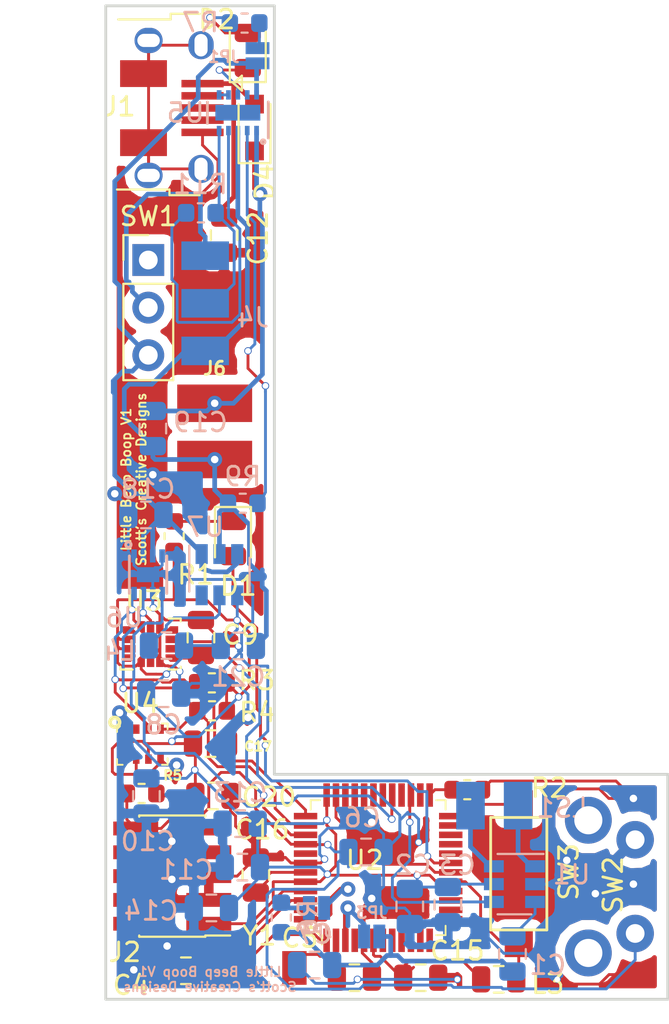
<source format=kicad_pcb>
(kicad_pcb (version 20171130) (host pcbnew "(5.0.1)-rc2")
  (layers (0 F.Cu signal) (31 B.Cu signal) (34 B.Paste user) (35 F.Paste user) (36 B.SilkS user) (37 F.SilkS user) (38 B.Mask user) (39 F.Mask user) (44 Edge.Cuts user))
  (net 0 "")
  (net 1 "Net-(C1-Pad2)")
  (net 2 Audio)
  (net 3 BattRtn)
  (net 4 Vdd)
  (net 5 "Net-(C4-Pad2)")
  (net 6 "Net-(C5-Pad2)")
  (net 7 USB_PWR)
  (net 8 /BatteryManagement/Solar+)
  (net 9 LED1_P2)
  (net 10 "Net-(D1-Pad1)")
  (net 11 "Net-(D2-Pad1)")
  (net 12 "Net-(D2-Pad2)")
  (net 13 "Net-(J1-Pad6)")
  (net 14 "Net-(J1-Pad4)")
  (net 15 "Net-(J1-Pad3)")
  (net 16 "Net-(J1-Pad2)")
  (net 17 Fun_Btn_1_P23)
  (net 18 /SWDIO)
  (net 19 /SWDCLK)
  (net 20 /SWO)
  (net 21 /RESET)
  (net 22 /BatteryManagement/NTC)
  (net 23 /BatteryManagement/Batt_int)
  (net 24 "Net-(JP1-Pad2)")
  (net 25 "Net-(LS1-Pad1)")
  (net 26 "Net-(LS1-Pad2)")
  (net 27 SDA)
  (net 28 SCL)
  (net 29 "Net-(R9-Pad1)")
  (net 30 "Net-(R11-Pad1)")
  (net 31 "Net-(SW1-Pad1)")
  (net 32 Shutdown)
  (net 33 "Net-(U2-Pad28)")
  (net 34 ALRT)
  (net 35 "Net-(U2-Pad23)")
  (net 36 "Net-(U2-Pad20)")
  (net 37 "Net-(U2-Pad16)")
  (net 38 "Net-(U2-Pad14)")
  (net 39 "Net-(U2-Pad12)")
  (net 40 "Net-(U2-Pad11)")
  (net 41 "Net-(U2-Pad4)")
  (net 42 "Net-(U3-Pad1)")
  (net 43 BATT_ALRT)
  (net 44 "Net-(U3-Pad4)")
  (net 45 "Net-(U3-Pad10)")
  (net 46 "Net-(U3-Pad11)")
  (net 47 "Net-(U2-Pad15)")
  (net 48 "Net-(U2-Pad8)")
  (net 49 "Net-(U2-Pad7)")
  (net 50 "Net-(C9-Pad1)")
  (net 51 IMU_INT)
  (net 52 BattPwr)
  (net 53 "Net-(L4-Pad1)")
  (net 54 /VDDANA)
  (net 55 /VDDCORE)
  (net 56 "Net-(J2-Pad7)")
  (net 57 "Net-(J2-Pad8)")
  (net 58 "Net-(J2-Pad9)")
  (net 59 "Net-(JP3-Pad2)")
  (net 60 "Net-(JP4-Pad2)")
  (net 61 "Net-(U2-Pad9)")
  (net 62 "Net-(U2-Pad10)")
  (net 63 "Net-(U2-Pad13)")
  (net 64 "Net-(U2-Pad21)")
  (net 65 "Net-(U2-Pad24)")
  (net 66 "Net-(U2-Pad26)")
  (net 67 "Net-(U2-Pad30)")
  (net 68 "Net-(U2-Pad31)")
  (net 69 "Net-(U2-Pad32)")
  (net 70 "Net-(U2-Pad33)")
  (net 71 "Net-(U2-Pad34)")
  (net 72 "Net-(U2-Pad41)")
  (net 73 "Net-(U2-Pad47)")
  (net 74 "Net-(U5-Pad6)")
  (net 75 "Net-(U5-Pad9)")
  (net 76 /BatteryManagement/Batt-)
  (net 77 "Net-(JP4-Pad1)")
  (module Capacitor_SMD:C_0805_2012Metric (layer F.Cu) (at 162.72 129.15)
    (fp_text reference C20 (at 2.99 0.06) (layer F.SilkS))
    (fp_text value 100nF)
    (pad 1 smd roundrect (at -0.9375 0) (size 0.975 1.4) (layers F.Cu F.Paste F.Mask) (net 4 Vdd))
    (pad 2 smd roundrect (at 0.9375 0) (size 0.975 1.4) (layers F.Cu F.Paste F.Mask) (net 3 BattRtn))
  )
  (module Capacitor_SMD:C_0805_2012Metric (layer B.Cu) (at 162.6385 135.128 180)
    (fp_text reference C14 (at 3.2215 -0.152 180) (layer B.SilkS) (effects (justify mirror)))
    (fp_text value 82n)
    (pad 1 smd roundrect (at -0.9375 0 180) (size 0.975 1.4) (layers B.Cu B.Paste B.Mask) (net 4 Vdd))
    (pad 2 smd roundrect (at 0.9375 0 180) (size 0.975 1.4) (layers B.Cu B.Paste B.Mask) (net 3 BattRtn))
  )
  (module Connector_PinHeader_2.54mm:PinHeader_1x03_P2.54mm_Vertical (layer F.Cu) (at 159.27 100.56)
    (fp_text reference SW1 (at 0 -2.33) (layer F.SilkS))
    (fp_text value SW_SPDT)
    (pad 1 thru_hole rect (at 0 0) (size 1.7 1.7) (drill 1) (layers *.Cu *.Mask) (net 31 "Net-(SW1-Pad1)"))
    (pad 2 thru_hole oval (at 0 2.54) (size 1.7 1.7) (drill 1) (layers *.Cu *.Mask) (net 23 /BatteryManagement/Batt_int))
    (pad 3 thru_hole oval (at 0 5.08) (size 1.7 1.7) (drill 1) (layers *.Cu *.Mask) (net 52 BattPwr))
  )
  (module Capacitor_SMD:C_0805_2012Metric (layer F.Cu) (at 170.2725 138.85 180)
    (fp_text reference C5 (at 2.9125 2.12) (layer F.SilkS))
    (fp_text value C)
    (pad 1 smd roundrect (at -0.9375 0 180) (size 0.975 1.4) (layers F.Cu F.Paste F.Mask) (net 3 BattRtn))
    (pad 2 smd roundrect (at 0.9375 0 180) (size 0.975 1.4) (layers F.Cu F.Paste F.Mask) (net 6 "Net-(C5-Pad2)"))
  )
  (module Capacitor_SMD:C_0805_2012Metric (layer B.Cu) (at 178.71 137.5825 90)
    (fp_text reference C1 (at -0.5935 1.884 180) (layer B.SilkS) (effects (justify mirror)))
    (fp_text value C)
    (pad 2 smd roundrect (at 0.9375 0 90) (size 0.975 1.4) (layers B.Cu B.Paste B.Mask) (net 1 "Net-(C1-Pad2)"))
    (pad 1 smd roundrect (at -0.9375 0 90) (size 0.975 1.4) (layers B.Cu B.Paste B.Mask) (net 2 Audio))
  )
  (module Capacitor_SMD:C_0805_2012Metric (layer B.Cu) (at 173.228 135.0495 270)
    (fp_text reference C2 (at -2.2075 -0.175) (layer B.SilkS) (effects (justify mirror)))
    (fp_text value C)
    (pad 2 smd roundrect (at 0.9375 0 270) (size 0.975 1.4) (layers B.Cu B.Paste B.Mask) (net 3 BattRtn))
    (pad 1 smd roundrect (at -0.9375 0 270) (size 0.975 1.4) (layers B.Cu B.Paste B.Mask) (net 4 Vdd))
  )
  (module Capacitor_SMD:C_0805_2012Metric (layer B.Cu) (at 175.26 134.9525 270)
    (fp_text reference C3 (at -2.1105 -0.508) (layer B.SilkS) (effects (justify mirror)))
    (fp_text value C)
    (pad 1 smd roundrect (at -0.9375 0 270) (size 0.975 1.4) (layers B.Cu B.Paste B.Mask) (net 4 Vdd))
    (pad 2 smd roundrect (at 0.9375 0 270) (size 0.975 1.4) (layers B.Cu B.Paste B.Mask) (net 3 BattRtn))
  )
  (module Capacitor_SMD:C_0805_2012Metric (layer F.Cu) (at 161.2775 138.48)
    (fp_text reference C4 (at -2.9275 0.77) (layer F.SilkS))
    (fp_text value C)
    (pad 2 smd roundrect (at 0.9375 0) (size 0.975 1.4) (layers F.Cu F.Paste F.Mask) (net 5 "Net-(C4-Pad2)"))
    (pad 1 smd roundrect (at -0.9375 0) (size 0.975 1.4) (layers F.Cu F.Paste F.Mask) (net 3 BattRtn))
  )
  (module Capacitor_SMD:C_0805_2012Metric (layer B.Cu) (at 159.17 129.1525 270)
    (fp_text reference C10 (at 2.4195 -0.088) (layer B.SilkS) (effects (justify mirror)))
    (fp_text value 82n)
    (pad 2 smd roundrect (at 0.9375 0 270) (size 0.975 1.4) (layers B.Cu B.Paste B.Mask) (net 3 BattRtn))
    (pad 1 smd roundrect (at -0.9375 0 270) (size 0.975 1.4) (layers B.Cu B.Paste B.Mask) (net 4 Vdd))
  )
  (module Capacitor_SMD:C_0805_2012Metric (layer B.Cu) (at 164.2925 132.95 180)
    (fp_text reference C11 (at 3.0025 -0.146 180) (layer B.SilkS) (effects (justify mirror)))
    (fp_text value 2.2u)
    (pad 1 smd roundrect (at -0.9375 0 180) (size 0.975 1.4) (layers B.Cu B.Paste B.Mask) (net 4 Vdd))
    (pad 2 smd roundrect (at 0.9375 0 180) (size 0.975 1.4) (layers B.Cu B.Paste B.Mask) (net 3 BattRtn))
  )
  (module Capacitor_SMD:C_0805_2012Metric (layer F.Cu) (at 163.322 99.2355 90)
    (fp_text reference C12 (at -0.1645 1.803 90) (layer F.SilkS))
    (fp_text value 100nF)
    (pad 1 smd roundrect (at -0.9375 0 90) (size 0.975 1.4) (layers F.Cu F.Paste F.Mask) (net 3 BattRtn))
    (pad 2 smd roundrect (at 0.9375 0 90) (size 0.975 1.4) (layers F.Cu F.Paste F.Mask) (net 7 USB_PWR))
  )
  (module Capacitor_SMD:C_0805_2012Metric (layer B.Cu) (at 164.1725 130.63 180)
    (fp_text reference C13 (at 0 1.65 180) (layer B.SilkS) (effects (justify mirror)))
    (fp_text value 82n)
    (pad 2 smd roundrect (at 0.9375 0 180) (size 0.975 1.4) (layers B.Cu B.Paste B.Mask) (net 3 BattRtn))
    (pad 1 smd roundrect (at -0.9375 0 180) (size 0.975 1.4) (layers B.Cu B.Paste B.Mask) (net 4 Vdd))
  )
  (module Capacitor_SMD:C_0805_2012Metric (layer F.Cu) (at 173.81 138.85)
    (fp_text reference C15 (at 1.958 -1.436) (layer F.SilkS))
    (fp_text value 82n)
    (pad 2 smd roundrect (at 0.9375 0) (size 0.975 1.4) (layers F.Cu F.Paste F.Mask) (net 3 BattRtn))
    (pad 1 smd roundrect (at -0.9375 0) (size 0.975 1.4) (layers F.Cu F.Paste F.Mask) (net 54 /VDDANA))
  )
  (module Capacitor_SMD:C_0805_2012Metric (layer F.Cu) (at 165.01 133.3725 90)
    (fp_text reference C16 (at 2.4225 0.34 180) (layer F.SilkS))
    (fp_text value 82n)
    (pad 1 smd roundrect (at -0.9375 0 90) (size 0.975 1.4) (layers F.Cu F.Paste F.Mask) (net 55 /VDDCORE))
    (pad 2 smd roundrect (at 0.9375 0 90) (size 0.975 1.4) (layers F.Cu F.Paste F.Mask) (net 3 BattRtn))
  )
  (module Capacitor_SMD:C_0805_2012Metric (layer B.Cu) (at 159.1425 114.16)
    (fp_text reference C18 (at 0.1155 -1.384) (layer B.SilkS) (effects (justify mirror)))
    (fp_text value 0.1uF)
    (pad 2 smd roundrect (at 0.9375 0) (size 0.975 1.4) (layers B.Cu B.Paste B.Mask) (net 52 BattPwr))
    (pad 1 smd roundrect (at -0.9375 0) (size 0.975 1.4) (layers B.Cu B.Paste B.Mask) (net 3 BattRtn))
  )
  (module Capacitor_SMD:C_0805_2012Metric (layer B.Cu) (at 159.512 109.5525 270)
    (fp_text reference C19 (at -0.3325 -2.54) (layer B.SilkS) (effects (justify mirror)))
    (fp_text value 0.1uF)
    (pad 1 smd roundrect (at -0.9375 0 270) (size 0.975 1.4) (layers B.Cu B.Paste B.Mask) (net 8 /BatteryManagement/Solar+))
    (pad 2 smd roundrect (at 0.9375 0 270) (size 0.975 1.4) (layers B.Cu B.Paste B.Mask) (net 76 /BatteryManagement/Batt-))
  )
  (module LED_SMD:LED_0805_2012Metric (layer F.Cu) (at 163.79 115.4225 270)
    (fp_text reference D1 (at 2.5275 -0.285) (layer F.SilkS))
    (fp_text value LED_B)
    (pad 2 smd roundrect (at 0.9375 0 270) (size 0.975 1.4) (layers F.Cu F.Paste F.Mask) (net 9 LED1_P2))
    (pad 1 smd roundrect (at -0.9375 0 270) (size 0.975 1.4) (layers F.Cu F.Paste F.Mask) (net 10 "Net-(D1-Pad1)"))
  )
  (module LED_SMD:LED_0805_2012Metric (layer F.Cu) (at 164.58 89.3825 90)
    (fp_text reference D2 (at 1.6575 -1.655 180) (layer F.SilkS))
    (fp_text value LED)
    (pad 1 smd roundrect (at -0.9375 0 90) (size 0.975 1.4) (layers F.Cu F.Paste F.Mask) (net 11 "Net-(D2-Pad1)"))
    (pad 2 smd roundrect (at 0.9375 0 90) (size 0.975 1.4) (layers F.Cu F.Paste F.Mask) (net 12 "Net-(D2-Pad2)"))
  )
  (module CustomFP:USB_Micro-B_Adafruit (layer F.Cu) (at 160.4 91.6 270)
    (fp_text reference J1 (at 0.775 2.675) (layer F.SilkS))
    (fp_text value USB_B_Micro)
    (pad 6 smd rect (at -0.985 1.385) (size 2.5 1.43) (layers F.Cu F.Paste F.Mask) (net 13 "Net-(J1-Pad6)"))
    (pad 6 thru_hole oval (at -2.755 1.115) (size 1.5 1.35) (drill oval 1.2 0.7) (layers *.Cu *.Mask) (net 13 "Net-(J1-Pad6)"))
    (pad 5 smd rect (at 2.15 -1.765) (size 2.25 0.4) (layers F.Cu F.Paste F.Mask) (net 3 BattRtn))
    (pad 4 smd rect (at 1.5 -1.765) (size 2.25 0.4) (layers F.Cu F.Paste F.Mask) (net 14 "Net-(J1-Pad4)"))
    (pad 3 smd rect (at 0.85 -1.765) (size 2.25 0.4) (layers F.Cu F.Paste F.Mask) (net 15 "Net-(J1-Pad3)"))
    (pad 2 smd rect (at 0.2 -1.765) (size 2.25 0.4) (layers F.Cu F.Paste F.Mask) (net 16 "Net-(J1-Pad2)"))
    (pad 1 smd rect (at -0.45 -1.765) (size 2.25 0.4) (layers F.Cu F.Paste F.Mask) (net 7 USB_PWR))
    (pad 6 thru_hole oval (at 4.445 1.115) (size 1.5 1.35) (drill oval 1.2 0.7) (layers *.Cu *.Mask) (net 13 "Net-(J1-Pad6)"))
    (pad 6 smd rect (at 2.7 1.385) (size 2.5 1.43) (layers F.Cu F.Paste F.Mask) (net 13 "Net-(J1-Pad6)"))
    (pad 6 thru_hole oval (at -2.5 -1.685 270) (size 1.5 1.35) (drill oval 1.2 0.7) (layers *.Cu *.Mask) (net 13 "Net-(J1-Pad6)"))
    (pad 6 thru_hole oval (at 4.1 -1.685 270) (size 1.5 1.35) (drill oval 1.2 0.7) (layers *.Cu *.Mask) (net 13 "Net-(J1-Pad6)"))
    (pad "" np_thru_hole circle (at -1.105 -0.785) (size 0.85 0.85) (drill 0.85) (layers *.Cu *.Mask))
    (pad "" np_thru_hole circle (at 2.795 -0.785) (size 0.85 0.85) (drill 0.85) (layers *.Cu *.Mask))
  )
  (module Jumpers:SMT-JUMPER_2_NO_NO-SILK (layer B.Cu) (at 165.1 89.662 90)
    (fp_text reference JP1 (at -0.058 -1.8 180) (layer B.SilkS) (effects (font (size 0.6096 0.6096) (thickness 0.127)) (justify mirror)))
    (fp_text value J_NO hide)
    (pad 2 smd rect (at 0.4064 0 90) (size 0.635 1.27) (layers B.Cu B.Mask) (net 24 "Net-(JP1-Pad2)"))
    (pad 1 smd rect (at -0.4064 0 90) (size 0.635 1.27) (layers B.Cu B.Mask) (net 52 BattPwr))
  )
  (module Resistor_SMD:R_0603_1608Metric (layer F.Cu) (at 160.65 115.2925 270)
    (fp_text reference R1 (at 2.0555 -1.148) (layer F.SilkS))
    (fp_text value 5.6)
    (pad 1 smd roundrect (at -0.7875 0 270) (size 0.875 0.95) (layers F.Cu F.Paste F.Mask) (net 10 "Net-(D1-Pad1)"))
    (pad 2 smd roundrect (at 0.7875 0 270) (size 0.875 0.95) (layers F.Cu F.Paste F.Mask) (net 4 Vdd))
  )
  (module Resistor_SMD:R_0603_1608Metric (layer F.Cu) (at 176.2975 128.82)
    (fp_text reference R2 (at 4.3725 -0.09) (layer F.SilkS))
    (fp_text value 10k)
    (pad 2 smd roundrect (at 0.7875 0) (size 0.875 0.95) (layers F.Cu F.Paste F.Mask) (net 3 BattRtn))
    (pad 1 smd roundrect (at -0.7875 0) (size 0.875 0.95) (layers F.Cu F.Paste F.Mask) (net 17 Fun_Btn_1_P23))
  )
  (module Resistor_SMD:R_0603_1608Metric (layer F.Cu) (at 162.6625 123.12 180)
    (fp_text reference R3 (at -2.3975 0.13 180) (layer F.SilkS))
    (fp_text value R)
    (pad 1 smd roundrect (at -0.7875 0 180) (size 0.875 0.95) (layers F.Cu F.Paste F.Mask) (net 4 Vdd))
    (pad 2 smd roundrect (at 0.7875 0 180) (size 0.875 0.95) (layers F.Cu F.Paste F.Mask) (net 27 SDA))
  )
  (module Resistor_SMD:R_0603_1608Metric (layer F.Cu) (at 162.6725 124.61 180)
    (fp_text reference R4 (at -2.4275 -0.08 180) (layer F.SilkS))
    (fp_text value R)
    (pad 2 smd roundrect (at 0.7875 0 180) (size 0.875 0.95) (layers F.Cu F.Paste F.Mask) (net 28 SCL))
    (pad 1 smd roundrect (at -0.7875 0 180) (size 0.875 0.95) (layers F.Cu F.Paste F.Mask) (net 4 Vdd))
  )
  (module Resistor_SMD:R_0603_1608Metric (layer B.Cu) (at 164.41 87.92 180)
    (fp_text reference R7 (at 2.358 0.036 180) (layer B.SilkS) (effects (justify mirror)))
    (fp_text value 330)
    (pad 1 smd roundrect (at -0.7875 0 180) (size 0.875 0.95) (layers B.Cu B.Paste B.Mask) (net 24 "Net-(JP1-Pad2)"))
    (pad 2 smd roundrect (at 0.7875 0 180) (size 0.875 0.95) (layers B.Cu B.Paste B.Mask) (net 12 "Net-(D2-Pad2)"))
  )
  (module Resistor_SMD:R_0603_1608Metric (layer B.Cu) (at 164.3125 113.538 180)
    (fp_text reference R9 (at 0 1.43 180) (layer B.SilkS) (effects (justify mirror)))
    (fp_text value 750)
    (pad 2 smd roundrect (at 0.7875 0 180) (size 0.875 0.95) (layers B.Cu B.Paste B.Mask) (net 76 /BatteryManagement/Batt-))
    (pad 1 smd roundrect (at -0.7875 0 180) (size 0.875 0.95) (layers B.Cu B.Paste B.Mask) (net 29 "Net-(R9-Pad1)"))
  )
  (module Resistor_SMD:R_0603_1608Metric (layer B.Cu) (at 162.0775 98.044)
    (fp_text reference R11 (at -0.0255 -1.524) (layer B.SilkS) (effects (justify mirror)))
    (fp_text value RT)
    (pad 1 smd roundrect (at -0.7875 0) (size 0.875 0.95) (layers B.Cu B.Paste B.Mask) (net 30 "Net-(R11-Pad1)"))
    (pad 2 smd roundrect (at 0.7875 0) (size 0.875 0.95) (layers B.Cu B.Paste B.Mask) (net 22 /BatteryManagement/NTC))
  )
  (module Package_TO_SOT_SMD:SOT-23-6 (layer B.Cu) (at 178.816 133.858 180)
    (fp_text reference U1 (at -3.048 0.508 180) (layer B.SilkS) (effects (justify mirror)))
    (fp_text value PAM8301)
    (pad 1 smd rect (at -1.1 0.95 180) (size 1.06 0.65) (layers B.Cu B.Paste B.Mask) (net 26 "Net-(LS1-Pad2)"))
    (pad 2 smd rect (at -1.1 0 180) (size 1.06 0.65) (layers B.Cu B.Paste B.Mask) (net 3 BattRtn))
    (pad 3 smd rect (at -1.1 -0.95 180) (size 1.06 0.65) (layers B.Cu B.Paste B.Mask) (net 1 "Net-(C1-Pad2)"))
    (pad 4 smd rect (at 1.1 -0.95 180) (size 1.06 0.65) (layers B.Cu B.Paste B.Mask) (net 32 Shutdown))
    (pad 6 smd rect (at 1.1 0.95 180) (size 1.06 0.65) (layers B.Cu B.Paste B.Mask) (net 25 "Net-(LS1-Pad1)"))
    (pad 5 smd rect (at 1.1 0 180) (size 1.06 0.65) (layers B.Cu B.Paste B.Mask) (net 4 Vdd))
  )
  (module Package_SON:WSON-10-1EP_2x3mm_P0.5mm_EP0.84x2.4mm (layer B.Cu) (at 164.05 92.7 90)
    (fp_text reference U5 (at -0.01 -2.78902 180) (layer B.SilkS) (effects (justify mirror)))
    (fp_text value BQ24210)
    (pad 11 smd rect (at 0 0 90) (size 0.84 2.4) (layers B.Cu B.Mask))
    (pad 10 smd rect (at 0.95 1 90) (size 0.5 0.25) (layers B.Cu B.Paste B.Mask) (net 52 BattPwr))
    (pad 9 smd rect (at 0.95 0.5 90) (size 0.5 0.25) (layers B.Cu B.Paste B.Mask) (net 75 "Net-(U5-Pad9)"))
    (pad 8 smd rect (at 0.95 0 90) (size 0.5 0.25) (layers B.Cu B.Paste B.Mask) (net 11 "Net-(D2-Pad1)"))
    (pad 7 smd rect (at 0.95 -0.5 90) (size 0.5 0.25) (layers B.Cu B.Paste B.Mask) (net 74 "Net-(U5-Pad6)"))
    (pad 6 smd rect (at 0.95 -1 90) (size 0.5 0.25) (layers B.Cu B.Paste B.Mask) (net 74 "Net-(U5-Pad6)"))
    (pad 5 smd rect (at -0.95 -1 90) (size 0.5 0.25) (layers B.Cu B.Paste B.Mask) (net 22 /BatteryManagement/NTC))
    (pad 4 smd rect (at -0.95 -0.5 90) (size 0.5 0.25) (layers B.Cu B.Paste B.Mask) (net 30 "Net-(R11-Pad1)"))
    (pad 3 smd rect (at -0.95 0 90) (size 0.5 0.25) (layers B.Cu B.Paste B.Mask) (net 76 /BatteryManagement/Batt-))
    (pad 2 smd rect (at -0.95 0.5 90) (size 0.5 0.25) (layers B.Cu B.Paste B.Mask) (net 29 "Net-(R9-Pad1)"))
    (pad 1 smd rect (at -0.95 1 90) (size 0.5 0.25) (layers B.Cu B.Paste B.Mask) (net 8 /BatteryManagement/Solar+))
  )
  (module CustomFP:TQFN-8_2x2x0.75 (layer B.Cu) (at 158.258 116.348 270)
    (fp_text reference U6 (at 3.286 0.27 180) (layer B.SilkS) (effects (justify mirror)))
    (fp_text value MAX17048)
    (pad 4 smd rect (at 0 -1.75 180) (size 0.3 0.7) (layers B.Cu B.Paste B.Mask) (net 3 BattRtn))
    (pad 3 smd rect (at 0 -1.25 180) (size 0.3 0.7) (layers B.Cu B.Paste B.Mask) (net 52 BattPwr))
    (pad 2 smd rect (at 0 -0.75 180) (size 0.3 0.7) (layers B.Cu B.Paste B.Mask) (net 52 BattPwr))
    (pad 1 smd rect (at 0 -0.25 180) (size 0.3 0.7) (layers B.Cu B.Paste B.Mask) (net 3 BattRtn))
    (pad 8 smd rect (at 2 -0.25 180) (size 0.3 0.7) (layers B.Cu B.Paste B.Mask) (net 27 SDA))
    (pad 7 smd rect (at 2 -0.75 180) (size 0.3 0.7) (layers B.Cu B.Paste B.Mask) (net 28 SCL))
    (pad 6 smd rect (at 2 -1.25 180) (size 0.3 0.7) (layers B.Cu B.Paste B.Mask) (net 3 BattRtn))
    (pad 5 smd rect (at 2 -1.75 180) (size 0.3 0.7) (layers B.Cu B.Paste B.Mask) (net 43 BATT_ALRT))
    (pad 9 smd rect (at 1 -1 180) (size 1.2 0.8) (layers B.Cu B.Paste B.Mask) (net 3 BattRtn))
  )
  (module CustomFP:SMD_3Pin_2.54mm (layer B.Cu) (at 162.306 105.41 90)
    (fp_text reference J4 (at 1.778 2.54 180) (layer B.SilkS) (effects (justify mirror)))
    (fp_text value Conn_01x03)
    (pad 3 smd rect (at 5.08 0 90) (size 1.524 2.54) (layers B.Cu B.Paste B.Mask) (net 23 /BatteryManagement/Batt_int))
    (pad 2 smd rect (at 2.54 0 90) (size 1.524 2.54) (layers B.Cu B.Paste B.Mask) (net 22 /BatteryManagement/NTC))
    (pad 1 smd rect (at 0 0 90) (size 1.524 2.54) (layers B.Cu B.Paste B.Mask) (net 76 /BatteryManagement/Batt-))
  )
  (module kicad-open-modules:2_PIN_SMD (layer F.Cu) (at 162.814 109.704)
    (fp_text reference J6 (at 0 -3.36) (layer F.SilkS) (effects (font (size 0.7 0.7) (thickness 0.1524))))
    (fp_text value Conn_01x02 hide)
    (pad 2 smd rect (at 0 1.5) (size 4 2) (layers F.Cu F.Paste F.Mask) (net 76 /BatteryManagement/Batt-))
    (pad 1 smd rect (at 0 -1.5) (size 4 2) (layers F.Cu F.Paste F.Mask) (net 8 /BatteryManagement/Solar+))
  )
  (module Capacitor_SMD:C_0805_2012Metric (layer B.Cu) (at 160.0875 123.7)
    (fp_text reference C8 (at 0 1.65) (layer B.SilkS) (effects (justify mirror)))
    (fp_text value 100nF)
    (pad 2 smd roundrect (at 0.9375 0) (size 0.975 1.4) (layers B.Cu B.Paste B.Mask) (net 3 BattRtn))
    (pad 1 smd roundrect (at -0.9375 0) (size 0.975 1.4) (layers B.Cu B.Paste B.Mask) (net 4 Vdd))
  )
  (module Capacitor_SMD:C_0805_2012Metric (layer F.Cu) (at 162.08 120.7025 90)
    (fp_text reference C9 (at 0.1425 2.11 180) (layer F.SilkS))
    (fp_text value 100nF)
    (pad 1 smd roundrect (at -0.9375 0 90) (size 0.975 1.4) (layers F.Cu F.Paste F.Mask) (net 50 "Net-(C9-Pad1)"))
    (pad 2 smd roundrect (at 0.9375 0 90) (size 0.975 1.4) (layers F.Cu F.Paste F.Mask) (net 3 BattRtn))
  )
  (module Package_LGA:LGA-14_3x2.5mm_P0.5mm_LayoutBorder3x4y (layer F.Cu) (at 159.39 121.05)
    (fp_text reference U3 (at -0.35 -2.3) (layer F.SilkS))
    (fp_text value LSM6DS3)
    (pad 1 smd custom (at -1.1375 -0.75) (size 0.4 0.4) (layers F.Cu F.Paste F.Mask) (net 42 "Net-(U3-Pad1)") (options (clearance outline) (anchor circle)) (primitives (gr_poly (pts (xy -0.3375 -0.2) (xy 0.0875 -0.2) (xy 0.3375 0.05) (xy 0.3375 0.2) (xy -0.3375 0.2)) (width 0))))
    (pad 2 smd rect (at -1.1375 -0.25) (size 0.675 0.4) (layers F.Cu F.Paste F.Mask) (net 4 Vdd))
    (pad 3 smd rect (at -1.1375 0.25) (size 0.675 0.4) (layers F.Cu F.Paste F.Mask) (net 4 Vdd))
    (pad 4 smd custom (at -1.1375 0.75) (size 0.4 0.4) (layers F.Cu F.Paste F.Mask) (net 44 "Net-(U3-Pad4)") (options (clearance outline) (anchor circle)) (primitives (gr_poly (pts (xy -0.3375 -0.2) (xy 0.3375 -0.2) (xy 0.3375 -0.05) (xy 0.0875 0.2) (xy -0.3375 0.2)) (width 0))))
    (pad 5 smd custom (at -0.5 0.8875) (size 0.4 0.4) (layers F.Cu F.Paste F.Mask) (net 4 Vdd) (options (clearance outline) (anchor circle)) (primitives (gr_poly (pts (xy -0.2 -0.0875) (xy 0.05 -0.3375) (xy 0.2 -0.3375) (xy 0.2 0.3375) (xy -0.2 0.3375)) (width 0))))
    (pad 6 smd rect (at 0 0.8875) (size 0.4 0.675) (layers F.Cu F.Paste F.Mask) (net 3 BattRtn))
    (pad 7 smd custom (at 0.5 0.8875) (size 0.4 0.4) (layers F.Cu F.Paste F.Mask) (net 3 BattRtn) (options (clearance outline) (anchor circle)) (primitives (gr_poly (pts (xy -0.2 -0.3375) (xy -0.05 -0.3375) (xy 0.2 -0.0875) (xy 0.2 0.3375) (xy -0.2 0.3375)) (width 0))))
    (pad 8 smd custom (at 1.1375 0.75) (size 0.4 0.4) (layers F.Cu F.Paste F.Mask) (net 50 "Net-(C9-Pad1)") (options (clearance outline) (anchor circle)) (primitives (gr_poly (pts (xy -0.3375 -0.2) (xy 0.3375 -0.2) (xy 0.3375 0.2) (xy -0.0875 0.2) (xy -0.3375 -0.05)) (width 0))))
    (pad 9 smd rect (at 1.1375 0.25) (size 0.675 0.4) (layers F.Cu F.Paste F.Mask) (net 51 IMU_INT))
    (pad 10 smd rect (at 1.1375 -0.25) (size 0.675 0.4) (layers F.Cu F.Paste F.Mask) (net 45 "Net-(U3-Pad10)"))
    (pad 11 smd custom (at 1.1375 -0.75) (size 0.4 0.4) (layers F.Cu F.Paste F.Mask) (net 46 "Net-(U3-Pad11)") (options (clearance outline) (anchor circle)) (primitives (gr_poly (pts (xy -0.3375 0.05) (xy -0.0875 -0.2) (xy 0.3375 -0.2) (xy 0.3375 0.2) (xy -0.3375 0.2)) (width 0))))
    (pad 12 smd custom (at 0.5 -0.8875) (size 0.4 0.4) (layers F.Cu F.Paste F.Mask) (net 3 BattRtn) (options (clearance outline) (anchor circle)) (primitives (gr_poly (pts (xy -0.2 -0.3375) (xy 0.2 -0.3375) (xy 0.2 0.0875) (xy -0.05 0.3375) (xy -0.2 0.3375)) (width 0))))
    (pad 13 smd rect (at 0 -0.8875) (size 0.4 0.675) (layers F.Cu F.Paste F.Mask) (net 28 SCL))
    (pad 14 smd custom (at -0.5 -0.8875) (size 0.4 0.4) (layers F.Cu F.Paste F.Mask) (net 27 SDA) (options (clearance outline) (anchor circle)) (primitives (gr_poly (pts (xy -0.2 -0.3375) (xy 0.2 -0.3375) (xy 0.2 0.3375) (xy 0.05 0.3375) (xy -0.2 0.0875)) (width 0))))
  )
  (module CustomFP:CMS-151125-078X (layer B.Cu) (at 176.47 129.67)
    (fp_text reference LS1 (at 4.886 0.124) (layer B.SilkS) (effects (justify mirror)))
    (fp_text value Speaker)
    (pad 1 smd rect (at 0 0) (size 1.524 2.54) (layers B.Cu B.Paste B.Mask) (net 25 "Net-(LS1-Pad1)"))
    (pad 2 smd rect (at 2.54 0) (size 1.524 2.54) (layers B.Cu B.Paste B.Mask) (net 26 "Net-(LS1-Pad2)"))
  )
  (module Capacitor_SMD:C_0805_2012Metric (layer F.Cu) (at 162.5925 126.36)
    (fp_text reference C17 (at 2.5375 0.15) (layer F.SilkS) (effects (font (size 0.5 0.5) (thickness 0.125))))
    (fp_text value 100nF)
    (pad 2 smd roundrect (at 0.9375 0) (size 0.975 1.4) (layers F.Cu F.Paste F.Mask) (net 3 BattRtn))
    (pad 1 smd roundrect (at -0.9375 0) (size 0.975 1.4) (layers F.Cu F.Paste F.Mask) (net 4 Vdd))
  )
  (module digikey-footprints:LGA-8_2x2.5mm_BMP280 (layer F.Cu) (at 158.95 126.39 90)
    (fp_text reference U4 (at 2.18 -0.11 180) (layer F.SilkS))
    (fp_text value BMP280)
    (pad 1 smd rect (at 0.8 -0.975 90) (size 0.5 0.35) (layers F.Cu F.Paste F.Mask) (net 3 BattRtn))
    (pad 2 smd rect (at 0.8 -0.325 90) (size 0.5 0.35) (layers F.Cu F.Paste F.Mask) (net 4 Vdd))
    (pad 3 smd rect (at 0.8 0.325 90) (size 0.5 0.35) (layers F.Cu F.Paste F.Mask) (net 27 SDA))
    (pad 4 smd rect (at 0.8 0.975 90) (size 0.5 0.35) (layers F.Cu F.Paste F.Mask) (net 28 SCL))
    (pad 5 smd rect (at -0.8 0.975 90) (size 0.5 0.35) (layers F.Cu F.Paste F.Mask) (net 3 BattRtn))
    (pad 6 smd rect (at -0.8 0.325 90) (size 0.5 0.35) (layers F.Cu F.Paste F.Mask) (net 4 Vdd))
    (pad 7 smd rect (at -0.8 -0.325 90) (size 0.5 0.35) (layers F.Cu F.Paste F.Mask) (net 3 BattRtn))
    (pad 8 smd rect (at -0.8 -0.975 90) (size 0.5 0.35) (layers F.Cu F.Paste F.Mask) (net 4 Vdd))
  )
  (module Capacitor_SMD:C_0805_2012Metric (layer B.Cu) (at 164.0775 121.15)
    (fp_text reference C21 (at 0 1.65) (layer B.SilkS) (effects (justify mirror)))
    (fp_text value C)
    (pad 1 smd roundrect (at -0.9375 0) (size 0.975 1.4) (layers B.Cu B.Paste B.Mask) (net 4 Vdd))
    (pad 2 smd roundrect (at 0.9375 0) (size 0.975 1.4) (layers B.Cu B.Paste B.Mask) (net 76 /BatteryManagement/Batt-))
  )
  (module Inductor_SMD:L_0805_2012Metric (layer B.Cu) (at 160.24 121.13)
    (fp_text reference L4 (at -2.506 0.282) (layer B.SilkS) (effects (justify mirror)))
    (fp_text value INDUCTOR)
    (pad 1 smd roundrect (at -0.9375 0) (size 0.975 1.4) (layers B.Cu B.Paste B.Mask) (net 53 "Net-(L4-Pad1)"))
    (pad 2 smd roundrect (at 0.9375 0) (size 0.975 1.4) (layers B.Cu B.Paste B.Mask) (net 4 Vdd))
  )
  (module Package_TO_SOT_SMD:SOT-23-6 (layer B.Cu) (at 163.068 117.348 270)
    (fp_text reference U7 (at -2.54 0.762) (layer B.SilkS) (effects (justify mirror)))
    (fp_text value LM3671)
    (pad 1 smd rect (at -1.1 0.95 270) (size 1.06 0.65) (layers B.Cu B.Paste B.Mask) (net 52 BattPwr))
    (pad 2 smd rect (at -1.1 0 270) (size 1.06 0.65) (layers B.Cu B.Paste B.Mask) (net 76 /BatteryManagement/Batt-))
    (pad 3 smd rect (at -1.1 -0.95 270) (size 1.06 0.65) (layers B.Cu B.Paste B.Mask) (net 52 BattPwr))
    (pad 4 smd rect (at 1.1 -0.95 270) (size 1.06 0.65) (layers B.Cu B.Paste B.Mask) (net 4 Vdd))
    (pad 6 smd rect (at 1.1 0.95 270) (size 1.06 0.65) (layers B.Cu B.Paste B.Mask))
    (pad 5 smd rect (at 1.1 0 270) (size 1.06 0.65) (layers B.Cu B.Paste B.Mask) (net 53 "Net-(L4-Pad1)"))
  )
  (module Diode_SMD:D_SOD-323_HandSoldering (layer F.Cu) (at 164.94 93.492 90)
    (fp_text reference D4 (at -2.908 0.56 90) (layer F.SilkS))
    (fp_text value D)
    (pad 1 smd rect (at -1.25 0 90) (size 1 1) (layers F.Cu F.Paste F.Mask) (net 8 /BatteryManagement/Solar+))
    (pad 2 smd rect (at 1.25 0 90) (size 1 1) (layers F.Cu F.Paste F.Mask) (net 7 USB_PWR))
  )
  (module Connector_PinHeader_1.27mm:PinHeader_2x05_P1.27mm_Vertical_SMD (layer F.Cu) (at 160.55 133.43 180)
    (fp_text reference J2 (at 2.53 -4.06 180) (layer F.SilkS))
    (fp_text value Conn_ARM_JTAG_SWD_10)
    (pad 1 smd rect (at -1.95 -2.54 180) (size 2.4 0.74) (layers F.Cu F.Paste F.Mask) (net 4 Vdd))
    (pad 2 smd rect (at 1.95 -2.54 180) (size 2.4 0.74) (layers F.Cu F.Paste F.Mask) (net 18 /SWDIO))
    (pad 3 smd rect (at -1.95 -1.27 180) (size 2.4 0.74) (layers F.Cu F.Paste F.Mask) (net 3 BattRtn))
    (pad 4 smd rect (at 1.95 -1.27 180) (size 2.4 0.74) (layers F.Cu F.Paste F.Mask) (net 19 /SWDCLK))
    (pad 5 smd rect (at -1.95 0 180) (size 2.4 0.74) (layers F.Cu F.Paste F.Mask) (net 3 BattRtn))
    (pad 6 smd rect (at 1.95 0 180) (size 2.4 0.74) (layers F.Cu F.Paste F.Mask) (net 20 /SWO))
    (pad 7 smd rect (at -1.95 1.27 180) (size 2.4 0.74) (layers F.Cu F.Paste F.Mask) (net 56 "Net-(J2-Pad7)"))
    (pad 8 smd rect (at 1.95 1.27 180) (size 2.4 0.74) (layers F.Cu F.Paste F.Mask) (net 57 "Net-(J2-Pad8)"))
    (pad 9 smd rect (at -1.95 2.54 180) (size 2.4 0.74) (layers F.Cu F.Paste F.Mask) (net 58 "Net-(J2-Pad9)"))
    (pad 10 smd rect (at 1.95 2.54 180) (size 2.4 0.74) (layers F.Cu F.Paste F.Mask) (net 21 /RESET))
  )
  (module Jumpers:SMT-JUMPER_2_NO_NO-SILK (layer B.Cu) (at 171.196 136.652 180)
    (fp_text reference JP3 (at 0 1.27 180) (layer B.SilkS) (effects (font (size 0.6096 0.6096) (thickness 0.127)) (justify mirror)))
    (fp_text value Jmp_NO hide)
    (pad 1 smd rect (at -0.4064 0 180) (size 0.635 1.27) (layers B.Cu B.Mask) (net 2 Audio))
    (pad 2 smd rect (at 0.4064 0 180) (size 0.635 1.27) (layers B.Cu B.Mask) (net 59 "Net-(JP3-Pad2)"))
  )
  (module Jumpers:SMT-JUMPER_2_NO_NO-SILK (layer B.Cu) (at 168.2496 135.128)
    (fp_text reference JP4 (at 0 1.27) (layer B.SilkS) (effects (font (size 0.6096 0.6096) (thickness 0.127)) (justify mirror)))
    (fp_text value Jmp_NO hide)
    (pad 2 smd rect (at 0.4064 0) (size 0.635 1.27) (layers B.Cu B.Mask) (net 60 "Net-(JP4-Pad2)"))
    (pad 1 smd rect (at -0.4064 0) (size 0.635 1.27) (layers B.Cu B.Mask) (net 77 "Net-(JP4-Pad1)"))
  )
  (module Resistor_SMD:R_0603_1608Metric (layer F.Cu) (at 158.9125 129.02)
    (fp_text reference R5 (at 1.6575 -0.96) (layer F.SilkS) (effects (font (size 0.5 0.5) (thickness 0.125))))
    (fp_text value 10k)
    (pad 1 smd roundrect (at -0.7875 0) (size 0.875 0.95) (layers F.Cu F.Paste F.Mask) (net 21 /RESET))
    (pad 2 smd roundrect (at 0.7875 0) (size 0.875 0.95) (layers F.Cu F.Paste F.Mask) (net 4 Vdd))
  )
  (module digikey-footprints:TQFP-48_7x7mm (layer F.Cu) (at 171.54 132.98 90)
    (fp_text reference U2 (at 0.4 -0.72 180) (layer F.SilkS))
    (fp_text value ATSAMD21G18A-AUT)
    (pad 6 smd rect (at -3.875 -0.25 90) (size 1.25 0.35) (layers F.Cu F.Paste F.Mask) (net 54 /VDDANA))
    (pad 5 smd rect (at -3.875 -0.75 90) (size 1.25 0.35) (layers F.Cu F.Paste F.Mask) (net 3 BattRtn))
    (pad 4 smd rect (at -3.875 -1.25 90) (size 1.25 0.35) (layers F.Cu F.Paste F.Mask) (net 41 "Net-(U2-Pad4)"))
    (pad 3 smd rect (at -3.875 -1.75 90) (size 1.25 0.35) (layers F.Cu F.Paste F.Mask) (net 59 "Net-(JP3-Pad2)"))
    (pad 2 smd rect (at -3.875 -2.25 90) (size 1.25 0.35) (layers F.Cu F.Paste F.Mask) (net 6 "Net-(C5-Pad2)"))
    (pad 1 smd rect (at -3.875 -2.75 90) (size 1.25 0.35) (layers F.Cu F.Paste F.Mask) (net 5 "Net-(C4-Pad2)"))
    (pad 7 smd rect (at -3.875 0.25 90) (size 1.25 0.35) (layers F.Cu F.Paste F.Mask) (net 49 "Net-(U2-Pad7)"))
    (pad 8 smd rect (at -3.875 0.75 90) (size 1.25 0.35) (layers F.Cu F.Paste F.Mask) (net 48 "Net-(U2-Pad8)"))
    (pad 9 smd rect (at -3.875 1.25 90) (size 1.25 0.35) (layers F.Cu F.Paste F.Mask) (net 61 "Net-(U2-Pad9)"))
    (pad 10 smd rect (at -3.875 1.75 90) (size 1.25 0.35) (layers F.Cu F.Paste F.Mask) (net 62 "Net-(U2-Pad10)"))
    (pad 11 smd rect (at -3.875 2.25 90) (size 1.25 0.35) (layers F.Cu F.Paste F.Mask) (net 40 "Net-(U2-Pad11)"))
    (pad 12 smd rect (at -3.875 2.75 90) (size 1.25 0.35) (layers F.Cu F.Paste F.Mask) (net 39 "Net-(U2-Pad12)"))
    (pad 18 smd rect (at -0.25 3.875 90) (size 0.35 1.25) (layers F.Cu F.Paste F.Mask) (net 3 BattRtn))
    (pad 17 smd rect (at -0.75 3.875 90) (size 0.35 1.25) (layers F.Cu F.Paste F.Mask) (net 4 Vdd))
    (pad 16 smd rect (at -1.25 3.875 90) (size 0.35 1.25) (layers F.Cu F.Paste F.Mask) (net 37 "Net-(U2-Pad16)"))
    (pad 15 smd rect (at -1.75 3.875 90) (size 0.35 1.25) (layers F.Cu F.Paste F.Mask) (net 47 "Net-(U2-Pad15)"))
    (pad 14 smd rect (at -2.25 3.875 90) (size 0.35 1.25) (layers F.Cu F.Paste F.Mask) (net 38 "Net-(U2-Pad14)"))
    (pad 13 smd rect (at -2.75 3.875 90) (size 0.35 1.25) (layers F.Cu F.Paste F.Mask) (net 63 "Net-(U2-Pad13)"))
    (pad 19 smd rect (at 0.25 3.875 90) (size 0.35 1.25) (layers F.Cu F.Paste F.Mask) (net 9 LED1_P2))
    (pad 20 smd rect (at 0.75 3.875 90) (size 0.35 1.25) (layers F.Cu F.Paste F.Mask) (net 36 "Net-(U2-Pad20)"))
    (pad 21 smd rect (at 1.25 3.875 90) (size 0.35 1.25) (layers F.Cu F.Paste F.Mask) (net 64 "Net-(U2-Pad21)"))
    (pad 22 smd rect (at 1.75 3.875 90) (size 0.35 1.25) (layers F.Cu F.Paste F.Mask) (net 34 ALRT))
    (pad 23 smd rect (at 2.25 3.875 90) (size 0.35 1.25) (layers F.Cu F.Paste F.Mask) (net 35 "Net-(U2-Pad23)"))
    (pad 24 smd rect (at 2.75 3.875 90) (size 0.35 1.25) (layers F.Cu F.Paste F.Mask) (net 65 "Net-(U2-Pad24)"))
    (pad 25 smd rect (at 3.875 2.75 90) (size 1.25 0.35) (layers F.Cu F.Paste F.Mask) (net 17 Fun_Btn_1_P23))
    (pad 26 smd rect (at 3.875 2.25 90) (size 1.25 0.35) (layers F.Cu F.Paste F.Mask) (net 66 "Net-(U2-Pad26)"))
    (pad 27 smd rect (at 3.875 1.75 90) (size 1.25 0.35) (layers F.Cu F.Paste F.Mask) (net 32 Shutdown))
    (pad 28 smd rect (at 3.875 1.25 90) (size 1.25 0.35) (layers F.Cu F.Paste F.Mask) (net 33 "Net-(U2-Pad28)"))
    (pad 29 smd rect (at 3.875 0.75 90) (size 1.25 0.35) (layers F.Cu F.Paste F.Mask) (net 43 BATT_ALRT))
    (pad 30 smd rect (at 3.875 0.25 90) (size 1.25 0.35) (layers F.Cu F.Paste F.Mask) (net 67 "Net-(U2-Pad30)"))
    (pad 31 smd rect (at 3.875 -0.25 90) (size 1.25 0.35) (layers F.Cu F.Paste F.Mask) (net 68 "Net-(U2-Pad31)"))
    (pad 32 smd rect (at 3.875 -0.75 90) (size 1.25 0.35) (layers F.Cu F.Paste F.Mask) (net 69 "Net-(U2-Pad32)"))
    (pad 33 smd rect (at 3.875 -1.25 90) (size 1.25 0.35) (layers F.Cu F.Paste F.Mask) (net 70 "Net-(U2-Pad33)"))
    (pad 34 smd rect (at 3.875 -1.75 90) (size 1.25 0.35) (layers F.Cu F.Paste F.Mask) (net 71 "Net-(U2-Pad34)"))
    (pad 35 smd rect (at 3.875 -2.25 90) (size 1.25 0.35) (layers F.Cu F.Paste F.Mask) (net 3 BattRtn))
    (pad 36 smd rect (at 3.875 -2.75 90) (size 1.25 0.35) (layers F.Cu F.Paste F.Mask) (net 4 Vdd))
    (pad 37 smd rect (at 2.75 -3.875 90) (size 0.35 1.25) (layers F.Cu F.Paste F.Mask) (net 27 SDA))
    (pad 38 smd rect (at 2.25 -3.875 90) (size 0.35 1.25) (layers F.Cu F.Paste F.Mask) (net 28 SCL))
    (pad 39 smd rect (at 1.75 -3.875 90) (size 0.35 1.25) (layers F.Cu F.Paste F.Mask) (net 51 IMU_INT))
    (pad 40 smd rect (at 1.25 -3.875 90) (size 0.35 1.25) (layers F.Cu F.Paste F.Mask) (net 21 /RESET))
    (pad 41 smd rect (at 0.75 -3.875 90) (size 0.35 1.25) (layers F.Cu F.Paste F.Mask) (net 72 "Net-(U2-Pad41)"))
    (pad 42 smd rect (at 0.25 -3.875 90) (size 0.35 1.25) (layers F.Cu F.Paste F.Mask) (net 3 BattRtn))
    (pad 43 smd rect (at -0.25 -3.875 90) (size 0.35 1.25) (layers F.Cu F.Paste F.Mask) (net 55 /VDDCORE))
    (pad 44 smd rect (at -0.75 -3.875 90) (size 0.35 1.25) (layers F.Cu F.Paste F.Mask) (net 4 Vdd))
    (pad 45 smd rect (at -1.25 -3.875 90) (size 0.35 1.25) (layers F.Cu F.Paste F.Mask) (net 19 /SWDCLK))
    (pad 46 smd rect (at -1.75 -3.875 90) (size 0.35 1.25) (layers F.Cu F.Paste F.Mask) (net 18 /SWDIO))
    (pad 47 smd rect (at -2.25 -3.875 90) (size 0.35 1.25) (layers F.Cu F.Paste F.Mask) (net 73 "Net-(U2-Pad47)"))
    (pad 48 smd rect (at -2.75 -3.875 90) (size 0.35 1.25) (layers F.Cu F.Paste F.Mask) (net 60 "Net-(JP4-Pad2)"))
  )
  (module Capacitor_SMD:C_0805_2012Metric (layer B.Cu) (at 170.8925 132.14)
    (fp_text reference C6 (at -0.2045 -1.838) (layer B.SilkS) (effects (justify mirror)))
    (fp_text value 82n)
    (pad 1 smd roundrect (at -0.9375 0) (size 0.975 1.4) (layers B.Cu B.Paste B.Mask) (net 21 /RESET))
    (pad 2 smd roundrect (at 0.9375 0) (size 0.975 1.4) (layers B.Cu B.Paste B.Mask) (net 3 BattRtn))
  )
  (module EbayParts:Tact_SMD_Switch (layer F.Cu) (at 177.546 130.302 270)
    (fp_text reference SW3 (at 2.9 -4.17 270) (layer F.SilkS))
    (fp_text value Switch)
    (pad 2 smd rect (at 6.7 -1.5 270) (size 1.5 1.5) (layers F.Cu F.Paste F.Mask) (net 4 Vdd))
    (pad 1 smd rect (at -0.7 -1.5 270) (size 1.5 1.5) (layers F.Cu F.Paste F.Mask) (net 17 Fun_Btn_1_P23))
  )
  (module CustomFP:ebay_RA_Mom_switch (layer F.Cu) (at 185.26 133.99 270)
    (fp_text reference SW2 (at -0.09 1.18 270) (layer F.SilkS))
    (fp_text value Switch)
    (pad 1 thru_hole circle (at 2.5 0 270) (size 2 2) (drill 1) (layers *.Cu *.Mask) (net 21 /RESET))
    (pad 2 thru_hole circle (at -2.5 0 270) (size 2 2) (drill 1) (layers *.Cu *.Mask) (net 3 BattRtn))
    (pad "" np_thru_hole circle (at 3.54 2.5 270) (size 2.5 2.5) (drill 1.5) (layers *.Cu *.Mask))
    (pad "" np_thru_hole circle (at -3.54 2.5 270) (size 2.5 2.5) (drill 1.5) (layers *.Cu *.Mask))
  )
  (module NetTie:NetTie-2_SMD_Pad0.5mm (layer B.Cu) (at 164.85 117.45 180)
    (fp_text reference NT2 hide)
    (fp_text value Net-Tie_2)
    (fp_poly (pts (xy -0.5 0.25) (xy 0.5 0.25) (xy 0.5 -0.25) (xy -0.5 -0.25)) (layer B.Cu) (width 0))
    (pad 1 smd circle (at -0.5 0 180) (size 0.5 0.5) (layers B.Cu) (net 76 /BatteryManagement/Batt-))
    (pad 2 smd circle (at 0.5 0 180) (size 0.5 0.5) (layers B.Cu) (net 3 BattRtn))
  )
  (module CustomFP:TFE322P32K7680R (layer F.Cu) (at 164.27 138.33)
    (fp_text reference Y1 (at 0.92 -1.72) (layer F.SilkS))
    (fp_text value Crystal)
    (pad 1 smd rect (at 0 0) (size 1.3 1.8) (layers F.Cu F.Paste F.Mask) (net 5 "Net-(C4-Pad2)"))
    (pad 2 smd rect (at 2.8 0) (size 1.3 1.8) (layers F.Cu F.Paste F.Mask) (net 6 "Net-(C5-Pad2)"))
  )
  (module Capacitor_SMD:C_0805_2012Metric (layer B.Cu) (at 168.148 138.176 180)
    (fp_text reference C7 (at 0 1.65 180) (layer B.SilkS) (effects (justify mirror)))
    (fp_text value C)
    (pad 1 smd roundrect (at -0.9375 0 180) (size 0.975 1.4) (layers B.Cu B.Paste B.Mask) (net 2 Audio))
    (pad 2 smd roundrect (at 0.9375 0 180) (size 0.975 1.4) (layers B.Cu B.Paste B.Mask) (net 3 BattRtn))
  )
  (module Inductor_SMD:L_0805_2012Metric (layer F.Cu) (at 177.9755 138.938 180)
    (fp_text reference L3 (at -2.6185 -0.254 180) (layer F.SilkS))
    (fp_text value INDUCTOR)
    (pad 1 smd roundrect (at -0.9375 0 180) (size 0.975 1.4) (layers F.Cu F.Paste F.Mask) (net 4 Vdd))
    (pad 2 smd roundrect (at 0.9375 0 180) (size 0.975 1.4) (layers F.Cu F.Paste F.Mask) (net 54 /VDDANA))
  )
  (module Resistor_SMD:R_0603_1608Metric (layer B.Cu) (at 166.37 135.636 90)
    (fp_text reference R6 (at 0 1.43 90) (layer B.SilkS) (effects (justify mirror)))
    (fp_text value R)
    (pad 1 smd roundrect (at -0.7875 0 90) (size 0.875 0.95) (layers B.Cu B.Paste B.Mask) (net 2 Audio))
    (pad 2 smd roundrect (at 0.7875 0 90) (size 0.875 0.95) (layers B.Cu B.Paste B.Mask) (net 77 "Net-(JP4-Pad1)"))
  )
  (gr_text "Little Beep Boop V1\nScott's Creative Designs\n" (at 158.496 112.268 90) (layer F.SilkS) (effects (font (size 0.5 0.5) (thickness 0.1))))
  (gr_text "Little Beep Boop V1\nScott's Creative Designs\n" (at 162.56 138.938) (layer B.SilkS) (effects (font (size 0.5 0.5) (thickness 0.1)) (justify mirror)))
  (gr_circle (center 157.48 125.222) (end 157.734 125.222) (layer F.SilkS) (width 0.2))
  (gr_line (start 166 87) (end 157 87) (layer Edge.Cuts) (width 0.15))
  (gr_line (start 166 128) (end 166 87) (layer Edge.Cuts) (width 0.15))
  (gr_line (start 187 128) (end 166 128) (layer Edge.Cuts) (width 0.15))
  (gr_line (start 187 140) (end 187 128) (layer Edge.Cuts) (width 0.15))
  (gr_line (start 157 140) (end 187 140) (layer Edge.Cuts) (width 0.15))
  (gr_line (start 157 87) (end 157 140) (layer Edge.Cuts) (width 0.15))
  (segment (start 179.916 135.439) (end 179.916 134.808) (width 0.1524) (layer B.Cu) (net 1))
  (segment (start 178.71 136.645) (end 179.916 135.439) (width 0.1524) (layer B.Cu) (net 1))
  (segment (start 178.546 138.684) (end 178.71 138.52) (width 0.25) (layer B.Cu) (net 2))
  (segment (start 172.872063 137.963763) (end 172.5763 137.668) (width 0.25) (layer B.Cu) (net 2))
  (segment (start 178.153763 137.963763) (end 172.872063 137.963763) (width 0.25) (layer B.Cu) (net 2))
  (segment (start 178.71 138.52) (end 178.153763 137.963763) (width 0.25) (layer B.Cu) (net 2))
  (segment (start 167.333 136.4235) (end 169.0855 138.176) (width 0.25) (layer B.Cu) (net 2))
  (segment (start 166.37 136.4235) (end 167.333 136.4235) (width 0.25) (layer B.Cu) (net 2))
  (segment (start 171.5008 138.176) (end 172.0088 137.668) (width 0.25) (layer B.Cu) (net 2))
  (segment (start 169.0855 138.176) (end 171.5008 138.176) (width 0.25) (layer B.Cu) (net 2))
  (segment (start 172.212 136.6941) (end 172.212 137.668) (width 0.25) (layer B.Cu) (net 2))
  (segment (start 172.1699 136.652) (end 172.212 136.6941) (width 0.25) (layer B.Cu) (net 2))
  (segment (start 171.6024 136.652) (end 172.1699 136.652) (width 0.25) (layer B.Cu) (net 2))
  (segment (start 172.5763 137.668) (end 172.212 137.668) (width 0.25) (layer B.Cu) (net 2))
  (segment (start 172.212 137.668) (end 172.0088 137.668) (width 0.25) (layer B.Cu) (net 2))
  (via (at 157.48 113.03) (size 0.8) (drill 0.4) (layers F.Cu B.Cu) (net 3))
  (segment (start 159.631799 116.974201) (end 159.258 117.348) (width 0.1524) (layer B.Cu) (net 3))
  (segment (start 159.878961 116.974201) (end 159.631799 116.974201) (width 0.1524) (layer B.Cu) (net 3))
  (segment (start 160.008 116.845162) (end 159.878961 116.974201) (width 0.1524) (layer B.Cu) (net 3))
  (segment (start 160.008 116.348) (end 160.008 116.845162) (width 0.1524) (layer B.Cu) (net 3))
  (segment (start 159.508 117.598) (end 159.258 117.348) (width 0.1524) (layer B.Cu) (net 3))
  (segment (start 159.508 118.348) (end 159.508 117.598) (width 0.1524) (layer B.Cu) (net 3))
  (segment (start 159.010838 117.348) (end 159.258 117.348) (width 0.1524) (layer B.Cu) (net 3))
  (segment (start 158.508 116.845162) (end 159.010838 117.348) (width 0.1524) (layer B.Cu) (net 3))
  (segment (start 158.508 116.348) (end 158.508 116.845162) (width 0.1524) (layer B.Cu) (net 3))
  (segment (start 160.0104 117.348) (end 159.258 117.348) (width 0.1524) (layer B.Cu) (net 3))
  (segment (start 160.2644 117.602) (end 160.0104 117.348) (width 0.1524) (layer B.Cu) (net 3))
  (segment (start 164.438482 117.602) (end 160.2644 117.602) (width 0.1524) (layer B.Cu) (net 3))
  (segment (start 158.2056 116.348) (end 158.508 116.348) (width 0.1524) (layer B.Cu) (net 3))
  (segment (start 158.205 116.3474) (end 158.2056 116.348) (width 0.1524) (layer B.Cu) (net 3))
  (segment (start 158.205 114.16) (end 158.205 116.3474) (width 0.1524) (layer B.Cu) (net 3))
  (segment (start 162.98861 96.149287) (end 160.839897 98.298) (width 0.1524) (layer F.Cu) (net 3))
  (segment (start 162.98861 95.250713) (end 162.98861 96.149287) (width 0.1524) (layer F.Cu) (net 3))
  (segment (start 162.165 93.75) (end 162.165 94.427103) (width 0.1524) (layer F.Cu) (net 3))
  (segment (start 162.165 94.427103) (end 162.98861 95.250713) (width 0.1524) (layer F.Cu) (net 3))
  (segment (start 160.839897 98.298) (end 160.839897 100.133897) (width 0.1524) (layer F.Cu) (net 3))
  (segment (start 160.879 100.173) (end 163.322 100.173) (width 0.1524) (layer F.Cu) (net 3))
  (segment (start 160.839897 100.133897) (end 160.879 100.173) (width 0.1524) (layer F.Cu) (net 3))
  (via (at 159.532857 119.114573) (size 0.4) (drill 0.3) (layers F.Cu B.Cu) (net 3))
  (segment (start 159.508 118.348) (end 159.508 119.089716) (width 0.1524) (layer B.Cu) (net 3))
  (segment (start 159.508 119.089716) (end 159.532857 119.114573) (width 0.1524) (layer B.Cu) (net 3))
  (segment (start 159.89 119.471716) (end 159.89 120.1625) (width 0.1524) (layer F.Cu) (net 3))
  (segment (start 159.532857 119.114573) (end 159.89 119.471716) (width 0.1524) (layer F.Cu) (net 3))
  (segment (start 160.183284 119.765) (end 159.532857 119.114573) (width 0.1524) (layer F.Cu) (net 3))
  (segment (start 162.08 119.765) (end 160.183284 119.765) (width 0.1524) (layer F.Cu) (net 3))
  (segment (start 159.89 121.3) (end 159.89 121) (width 0.1524) (layer F.Cu) (net 3))
  (segment (start 159.39 121.8) (end 159.89 121.3) (width 0.1524) (layer F.Cu) (net 3))
  (segment (start 159.39 121.9375) (end 159.39 121.8) (width 0.1524) (layer F.Cu) (net 3))
  (segment (start 159.89 121.9375) (end 159.89 121) (width 0.1524) (layer F.Cu) (net 3))
  (segment (start 159.89 121) (end 159.89 120.1625) (width 0.1524) (layer F.Cu) (net 3))
  (via (at 160.943066 122.513066) (size 0.4) (drill 0.3) (layers F.Cu B.Cu) (net 3))
  (segment (start 160.65861 122.22861) (end 160.943066 122.513066) (width 0.1524) (layer F.Cu) (net 3))
  (segment (start 160.345306 122.22861) (end 160.65861 122.22861) (width 0.1524) (layer F.Cu) (net 3))
  (segment (start 160.324906 122.20821) (end 160.345306 122.22861) (width 0.1524) (layer F.Cu) (net 3))
  (segment (start 159.89 121.9375) (end 160.16071 122.20821) (width 0.1524) (layer F.Cu) (net 3))
  (segment (start 160.16071 122.20821) (end 160.324906 122.20821) (width 0.1524) (layer F.Cu) (net 3))
  (segment (start 160.943066 123.618066) (end 161.025 123.7) (width 0.1524) (layer B.Cu) (net 3))
  (segment (start 160.943066 122.513066) (end 160.943066 123.618066) (width 0.1524) (layer B.Cu) (net 3))
  (segment (start 159.925 127.376482) (end 159.301482 128) (width 0.1524) (layer F.Cu) (net 3))
  (segment (start 159.925 127.19) (end 159.925 127.376482) (width 0.1524) (layer F.Cu) (net 3))
  (segment (start 157.49 128) (end 157.35121 127.86121) (width 0.1524) (layer F.Cu) (net 3))
  (segment (start 157.975 125.9924) (end 157.975 125.59) (width 0.1524) (layer F.Cu) (net 3))
  (segment (start 157.35121 126.61619) (end 157.975 125.9924) (width 0.1524) (layer F.Cu) (net 3))
  (segment (start 157.35121 127.86121) (end 157.35121 126.61619) (width 0.1524) (layer F.Cu) (net 3))
  (segment (start 158.625 127.955) (end 158.58 128) (width 0.1524) (layer F.Cu) (net 3))
  (segment (start 158.625 127.19) (end 158.625 127.955) (width 0.1524) (layer F.Cu) (net 3))
  (segment (start 159.301482 128) (end 158.58 128) (width 0.1524) (layer F.Cu) (net 3))
  (segment (start 158.58 128) (end 157.49 128) (width 0.1524) (layer F.Cu) (net 3))
  (segment (start 164.015 133.43) (end 165.01 132.435) (width 0.1524) (layer F.Cu) (net 3))
  (segment (start 162.5 133.43) (end 164.015 133.43) (width 0.1524) (layer F.Cu) (net 3))
  (segment (start 163.6575 129.95) (end 163.6575 129.15) (width 0.1524) (layer F.Cu) (net 3))
  (segment (start 163.928601 130.221101) (end 163.6575 129.95) (width 0.1524) (layer F.Cu) (net 3))
  (segment (start 163.928601 130.766101) (end 163.928601 130.221101) (width 0.1524) (layer F.Cu) (net 3))
  (segment (start 165.01 131.8475) (end 163.928601 130.766101) (width 0.1524) (layer F.Cu) (net 3))
  (segment (start 165.01 132.435) (end 165.01 131.8475) (width 0.1524) (layer F.Cu) (net 3))
  (segment (start 166.8876 132.73) (end 167.665 132.73) (width 0.1524) (layer F.Cu) (net 3))
  (segment (start 166.5926 132.435) (end 166.8876 132.73) (width 0.1524) (layer F.Cu) (net 3))
  (segment (start 165.01 132.435) (end 166.5926 132.435) (width 0.1524) (layer F.Cu) (net 3))
  (segment (start 162.5 134.7) (end 162.5 133.43) (width 0.1524) (layer F.Cu) (net 3))
  (segment (start 170.693601 136.951399) (end 170.79 136.855) (width 0.1524) (layer F.Cu) (net 3))
  (segment (start 170.693601 137.533601) (end 170.693601 136.951399) (width 0.1524) (layer F.Cu) (net 3))
  (segment (start 171.21 138.05) (end 170.693601 137.533601) (width 0.1524) (layer F.Cu) (net 3))
  (segment (start 171.21 138.85) (end 171.21 138.05) (width 0.1524) (layer F.Cu) (net 3))
  (segment (start 158.205 113.755) (end 157.48 113.03) (width 0.1524) (layer B.Cu) (net 3))
  (segment (start 158.205 114.16) (end 158.205 113.755) (width 0.1524) (layer B.Cu) (net 3))
  (via (at 158.496 138.43) (size 0.8) (drill 0.4) (layers F.Cu B.Cu) (net 3))
  (via (at 171.196 134.62) (size 0.8) (drill 0.4) (layers F.Cu B.Cu) (net 3))
  (via (at 183.134 134.366) (size 0.8) (drill 0.4) (layers F.Cu B.Cu) (net 3))
  (via (at 185.166 129.286) (size 0.8) (drill 0.4) (layers F.Cu B.Cu) (net 3))
  (segment (start 183.864778 138.684) (end 183.356778 139.192) (width 0.1524) (layer F.Cu) (net 3))
  (segment (start 184.912 138.684) (end 183.864778 138.684) (width 0.1524) (layer F.Cu) (net 3))
  (segment (start 183.854778 129.286) (end 183.346778 128.778) (width 0.1524) (layer F.Cu) (net 3))
  (segment (start 185.166 129.286) (end 183.854778 129.286) (width 0.1524) (layer F.Cu) (net 3))
  (segment (start 183.346778 128.778) (end 181.102 128.778) (width 0.1524) (layer F.Cu) (net 3))
  (segment (start 180.5984 133.858) (end 179.916 133.858) (width 0.1524) (layer B.Cu) (net 3))
  (segment (start 182.060315 133.858) (end 180.5984 133.858) (width 0.1524) (layer B.Cu) (net 3))
  (segment (start 182.568315 134.366) (end 182.060315 133.858) (width 0.1524) (layer B.Cu) (net 3))
  (segment (start 183.134 134.366) (end 182.568315 134.366) (width 0.1524) (layer B.Cu) (net 3))
  (segment (start 184.766001 128.886001) (end 185.166 129.286) (width 0.1524) (layer F.Cu) (net 3))
  (segment (start 184.238388 128.358388) (end 184.766001 128.886001) (width 0.1524) (layer F.Cu) (net 3))
  (segment (start 177.546612 128.358388) (end 184.238388 128.358388) (width 0.1524) (layer F.Cu) (net 3))
  (segment (start 177.085 128.82) (end 177.546612 128.358388) (width 0.1524) (layer F.Cu) (net 3))
  (segment (start 171.83 133.986) (end 171.83 132.14) (width 0.1524) (layer B.Cu) (net 3))
  (segment (start 171.196 134.62) (end 171.83 133.986) (width 0.1524) (layer B.Cu) (net 3))
  (segment (start 170.79 135.026) (end 171.196 134.62) (width 0.1524) (layer F.Cu) (net 3))
  (segment (start 170.79 136.855) (end 170.79 135.026) (width 0.1524) (layer F.Cu) (net 3))
  (segment (start 169.29 129.8824) (end 169.29 129.105) (width 0.1524) (layer F.Cu) (net 3))
  (segment (start 169.29 130.29567) (end 169.29 129.8824) (width 0.1524) (layer F.Cu) (net 3))
  (segment (start 174.137267 132.798601) (end 171.792931 132.798601) (width 0.1524) (layer F.Cu) (net 3))
  (segment (start 174.568666 133.23) (end 174.137267 132.798601) (width 0.1524) (layer F.Cu) (net 3))
  (segment (start 175.415 133.23) (end 174.568666 133.23) (width 0.1524) (layer F.Cu) (net 3))
  (via (at 171.196 130.556) (size 0.8) (drill 0.4) (layers F.Cu B.Cu) (net 3))
  (segment (start 170.434 131.318) (end 170.434 131.43967) (width 0.1524) (layer F.Cu) (net 3))
  (segment (start 171.196 130.556) (end 170.434 131.318) (width 0.1524) (layer F.Cu) (net 3))
  (segment (start 171.792931 132.798601) (end 170.434 131.43967) (width 0.1524) (layer F.Cu) (net 3))
  (segment (start 170.434 131.43967) (end 169.29 130.29567) (width 0.1524) (layer F.Cu) (net 3))
  (segment (start 171.83 131.19) (end 171.196 130.556) (width 0.1524) (layer B.Cu) (net 3))
  (segment (start 171.83 132.14) (end 171.83 131.19) (width 0.1524) (layer B.Cu) (net 3))
  (via (at 164.592 124.968) (size 0.8) (drill 0.4) (layers F.Cu B.Cu) (net 3))
  (segment (start 163.53 126.03) (end 163.53 126.36) (width 0.1524) (layer F.Cu) (net 3))
  (segment (start 164.592 124.968) (end 163.53 126.03) (width 0.1524) (layer F.Cu) (net 3))
  (via (at 160.528 131.572) (size 0.8) (drill 0.4) (layers F.Cu B.Cu) (net 3))
  (via (at 160.528 133.604) (size 0.8) (drill 0.4) (layers F.Cu B.Cu) (net 3))
  (via (at 160.274 137.16) (size 0.8) (drill 0.4) (layers F.Cu B.Cu) (net 3))
  (via (at 157.734 124.714) (size 0.8) (drill 0.4) (layers F.Cu B.Cu) (net 3))
  (via (at 160.782 127.508) (size 0.8) (drill 0.4) (layers F.Cu B.Cu) (net 3))
  (via (at 181.61 132.588) (size 0.8) (drill 0.4) (layers F.Cu B.Cu) (net 3))
  (via (at 185.166 133.858) (size 0.8) (drill 0.4) (layers F.Cu B.Cu) (net 3))
  (via (at 159.512 112.014) (size 0.8) (drill 0.4) (layers F.Cu B.Cu) (net 3))
  (segment (start 158.496 112.014) (end 159.512 112.014) (width 0.1524) (layer F.Cu) (net 3))
  (segment (start 157.48 113.03) (end 158.496 112.014) (width 0.1524) (layer F.Cu) (net 3))
  (segment (start 157.975 124.955) (end 157.734 124.714) (width 0.1524) (layer F.Cu) (net 3))
  (segment (start 157.975 125.59) (end 157.975 124.955) (width 0.1524) (layer F.Cu) (net 3))
  (segment (start 161.581237 123.143763) (end 161.025 123.7) (width 0.1524) (layer B.Cu) (net 3))
  (segment (start 163.998093 123.143763) (end 161.581237 123.143763) (width 0.1524) (layer B.Cu) (net 3))
  (segment (start 164.592 123.73767) (end 163.998093 123.143763) (width 0.1524) (layer B.Cu) (net 3))
  (segment (start 164.592 124.968) (end 164.592 123.73767) (width 0.1524) (layer B.Cu) (net 3))
  (segment (start 160.243 127.508) (end 159.925 127.19) (width 0.1524) (layer F.Cu) (net 3))
  (segment (start 160.782 127.508) (end 160.243 127.508) (width 0.1524) (layer F.Cu) (net 3))
  (segment (start 157.734 125.279685) (end 157.734 124.714) (width 0.1524) (layer B.Cu) (net 3))
  (segment (start 157.734 125.399066) (end 157.734 125.279685) (width 0.1524) (layer B.Cu) (net 3))
  (segment (start 159.842934 127.508) (end 157.734 125.399066) (width 0.1524) (layer B.Cu) (net 3))
  (segment (start 160.782 127.508) (end 159.842934 127.508) (width 0.1524) (layer B.Cu) (net 3))
  (via (at 164.084 121.158) (size 0.4) (drill 0.3) (layers F.Cu B.Cu) (net 3))
  (segment (start 163.473 121.158) (end 164.084 121.158) (width 0.1524) (layer F.Cu) (net 3))
  (segment (start 162.08 119.765) (end 163.473 121.158) (width 0.1524) (layer F.Cu) (net 3))
  (segment (start 161.958018 123.7) (end 161.025 123.7) (width 0.1524) (layer B.Cu) (net 3))
  (segment (start 164.25129 121.406728) (end 161.958018 123.7) (width 0.1524) (layer B.Cu) (net 3))
  (segment (start 164.25129 120.478374) (end 164.25129 121.406728) (width 0.1524) (layer B.Cu) (net 3))
  (segment (start 164.846 119.883664) (end 164.25129 120.478374) (width 0.1524) (layer B.Cu) (net 3))
  (segment (start 164.35 117.45) (end 164.846 117.946) (width 0.1524) (layer B.Cu) (net 3))
  (segment (start 164.846 117.946) (end 164.846 119.883664) (width 0.1524) (layer B.Cu) (net 3))
  (segment (start 164.25129 121.608132) (end 164.25129 121.83329) (width 0.1524) (layer B.Cu) (net 3))
  (segment (start 164.084 121.158) (end 164.084 121.440842) (width 0.1524) (layer B.Cu) (net 3))
  (segment (start 164.084 121.440842) (end 164.25129 121.608132) (width 0.1524) (layer B.Cu) (net 3))
  (segment (start 164.262954 121.83329) (end 164.654664 122.225) (width 0.1524) (layer B.Cu) (net 3))
  (segment (start 164.25129 121.83329) (end 164.262954 121.83329) (width 0.1524) (layer B.Cu) (net 3))
  (segment (start 164.654664 122.225) (end 165.64879 122.225) (width 0.1524) (layer B.Cu) (net 3))
  (segment (start 176.586982 135.89) (end 178.246982 137.55) (width 0.1524) (layer B.Cu) (net 3))
  (segment (start 175.26 135.89) (end 176.586982 135.89) (width 0.1524) (layer B.Cu) (net 3))
  (segment (start 179.46 137.55) (end 180.848 138.938) (width 0.1524) (layer B.Cu) (net 3))
  (segment (start 178.246982 137.55) (end 179.46 137.55) (width 0.1524) (layer B.Cu) (net 3))
  (via (at 168.675 132.525) (size 0.4) (drill 0.3) (layers F.Cu B.Cu) (net 3))
  (segment (start 167.665 132.73) (end 168.47 132.73) (width 0.1524) (layer F.Cu) (net 3))
  (segment (start 168.47 132.73) (end 168.675 132.525) (width 0.1524) (layer F.Cu) (net 3))
  (segment (start 168.421399 132.271399) (end 168.421399 131.303601) (width 0.1524) (layer B.Cu) (net 3))
  (segment (start 168.675 132.525) (end 168.421399 132.271399) (width 0.1524) (layer B.Cu) (net 3))
  (segment (start 170.630315 130.556) (end 171.196 130.556) (width 0.1524) (layer B.Cu) (net 3))
  (segment (start 170.317714 130.868601) (end 170.630315 130.556) (width 0.1524) (layer B.Cu) (net 3))
  (segment (start 168.856399 130.868601) (end 170.317714 130.868601) (width 0.1524) (layer B.Cu) (net 3))
  (segment (start 168.421399 131.303601) (end 168.856399 130.868601) (width 0.1524) (layer B.Cu) (net 3))
  (segment (start 172.698601 130.451069) (end 173.12467 130.025) (width 0.1524) (layer B.Cu) (net 3))
  (segment (start 172.698601 131.271399) (end 172.698601 130.451069) (width 0.1524) (layer B.Cu) (net 3))
  (via (at 173.7 131.625) (size 0.4) (drill 0.3) (layers F.Cu B.Cu) (net 3))
  (segment (start 173.7 130.39367) (end 173.7 131.625) (width 0.1524) (layer B.Cu) (net 3))
  (segment (start 173.433729 130.127399) (end 173.7 130.39367) (width 0.1524) (layer B.Cu) (net 3))
  (segment (start 173.12467 130.025) (end 173.12467 130.127399) (width 0.1524) (layer B.Cu) (net 3))
  (segment (start 173.12467 130.127399) (end 173.433729 130.127399) (width 0.1524) (layer B.Cu) (net 3))
  (segment (start 172.386237 131.583763) (end 171.83 132.14) (width 0.1524) (layer B.Cu) (net 3))
  (segment (start 172.698601 131.271399) (end 172.386237 131.583763) (width 0.1524) (layer B.Cu) (net 3))
  (segment (start 172.698601 130.184271) (end 172.698601 131.271399) (width 0.1524) (layer B.Cu) (net 3))
  (segment (start 171.21433 128.7) (end 172.698601 130.184271) (width 0.1524) (layer B.Cu) (net 3))
  (segment (start 165.768934 128.7) (end 171.21433 128.7) (width 0.1524) (layer B.Cu) (net 3))
  (segment (start 165.096399 128.027465) (end 165.768934 128.7) (width 0.1524) (layer B.Cu) (net 3))
  (segment (start 165.096399 126.244271) (end 165.096399 128.027465) (width 0.1524) (layer B.Cu) (net 3))
  (segment (start 165.64879 125.69188) (end 165.096399 126.244271) (width 0.1524) (layer B.Cu) (net 3))
  (segment (start 165.64879 122.225) (end 165.64879 125.69188) (width 0.1524) (layer B.Cu) (net 3))
  (via (at 175.768 138.938) (size 0.4) (drill 0.3) (layers F.Cu B.Cu) (net 3))
  (segment (start 174.7475 138.85) (end 175.68 138.85) (width 0.1524) (layer F.Cu) (net 3))
  (segment (start 175.68 138.85) (end 175.768 138.938) (width 0.1524) (layer F.Cu) (net 3))
  (via (at 170.434 138.938) (size 0.4) (drill 0.3) (layers F.Cu B.Cu) (net 3))
  (segment (start 175.768 138.938) (end 170.434 138.938) (width 0.1524) (layer B.Cu) (net 3))
  (segment (start 171.122 138.938) (end 171.21 138.85) (width 0.1524) (layer F.Cu) (net 3))
  (segment (start 170.434 138.938) (end 171.122 138.938) (width 0.1524) (layer F.Cu) (net 3))
  (via (at 181.102 138.938) (size 0.4) (drill 0.3) (layers F.Cu B.Cu) (net 3))
  (segment (start 180.848 138.938) (end 181.102 138.938) (width 0.1524) (layer B.Cu) (net 3))
  (segment (start 181.102 138.938) (end 181.356 139.192) (width 0.1524) (layer F.Cu) (net 3))
  (segment (start 183.356778 139.192) (end 181.356 139.192) (width 0.1524) (layer F.Cu) (net 3))
  (segment (start 167.766737 138.732237) (end 167.2105 138.176) (width 0.1524) (layer B.Cu) (net 3))
  (segment (start 168.18671 139.15221) (end 167.766737 138.732237) (width 0.1524) (layer B.Cu) (net 3))
  (segment (start 170.21979 139.15221) (end 168.18671 139.15221) (width 0.1524) (layer B.Cu) (net 3))
  (segment (start 170.434 138.938) (end 170.21979 139.15221) (width 0.1524) (layer B.Cu) (net 3))
  (segment (start 171.595999 135.019999) (end 171.196 134.62) (width 0.1524) (layer B.Cu) (net 3))
  (segment (start 171.70892 135.13292) (end 171.595999 135.019999) (width 0.1524) (layer B.Cu) (net 3))
  (segment (start 172.96142 135.13292) (end 171.70892 135.13292) (width 0.1524) (layer B.Cu) (net 3))
  (segment (start 173.228 135.3995) (end 172.96142 135.13292) (width 0.1524) (layer B.Cu) (net 3))
  (segment (start 173.228 135.987) (end 173.228 135.3995) (width 0.1524) (layer B.Cu) (net 3))
  (segment (start 164.018 120.272) (end 164.018 118.448) (width 0.1524) (layer B.Cu) (net 4))
  (segment (start 163.14 121.15) (end 164.018 120.272) (width 0.1524) (layer B.Cu) (net 4))
  (segment (start 163.12 121.13) (end 163.14 121.15) (width 0.1524) (layer B.Cu) (net 4))
  (segment (start 161.1775 121.13) (end 163.12 121.13) (width 0.1524) (layer B.Cu) (net 4))
  (segment (start 161.1775 121.328278) (end 161.1775 121.13) (width 0.1524) (layer B.Cu) (net 4))
  (segment (start 157.7626 120.8) (end 157.63 120.6674) (width 0.1524) (layer F.Cu) (net 4))
  (segment (start 158.2525 120.8) (end 157.7626 120.8) (width 0.1524) (layer F.Cu) (net 4))
  (segment (start 157.63 121.1674) (end 157.63 120.6674) (width 0.1524) (layer F.Cu) (net 4))
  (segment (start 157.7626 121.3) (end 157.63 121.1674) (width 0.1524) (layer F.Cu) (net 4))
  (segment (start 158.2525 121.3) (end 157.7626 121.3) (width 0.1524) (layer F.Cu) (net 4))
  (segment (start 157.63 122.038304) (end 157.63 121.1674) (width 0.1524) (layer F.Cu) (net 4))
  (segment (start 157.820306 122.22861) (end 157.63 122.038304) (width 0.1524) (layer F.Cu) (net 4))
  (segment (start 158.59889 122.22861) (end 157.820306 122.22861) (width 0.1524) (layer F.Cu) (net 4))
  (segment (start 158.89 121.9375) (end 158.59889 122.22861) (width 0.1524) (layer F.Cu) (net 4))
  (segment (start 161.1775 121.6725) (end 161.1775 121.13) (width 0.1524) (layer B.Cu) (net 4))
  (segment (start 159.15 123.7) (end 161.1775 121.6725) (width 0.1524) (layer B.Cu) (net 4))
  (via (at 160.23882 122.656987) (size 0.4) (drill 0.3) (layers F.Cu B.Cu) (net 4))
  (segment (start 159.688053 122.656987) (end 160.23882 122.656987) (width 0.1524) (layer F.Cu) (net 4))
  (segment (start 159.686256 122.65519) (end 159.688053 122.656987) (width 0.1524) (layer F.Cu) (net 4))
  (segment (start 159.158708 122.65519) (end 159.686256 122.65519) (width 0.1524) (layer F.Cu) (net 4))
  (segment (start 158.89 121.9375) (end 158.89 122.386482) (width 0.1524) (layer F.Cu) (net 4))
  (segment (start 158.89 122.386482) (end 159.158708 122.65519) (width 0.1524) (layer F.Cu) (net 4))
  (segment (start 163.325 123.2475) (end 163.2775 123.2) (width 0.1524) (layer F.Cu) (net 4))
  (segment (start 159.15 123.86) (end 159.15 123.7) (width 0.1524) (layer B.Cu) (net 4))
  (segment (start 161.28 125.99) (end 159.15 123.86) (width 0.1524) (layer B.Cu) (net 4))
  (segment (start 159.83 129.15) (end 159.7 129.02) (width 0.1524) (layer F.Cu) (net 4))
  (segment (start 161.7825 129.15) (end 159.83 129.15) (width 0.1524) (layer F.Cu) (net 4))
  (segment (start 158.378601 125.836399) (end 158.625 125.59) (width 0.1524) (layer F.Cu) (net 4))
  (segment (start 158.378601 126.022881) (end 158.378601 125.836399) (width 0.1524) (layer F.Cu) (net 4))
  (segment (start 157.975 127.19) (end 157.975 126.426482) (width 0.1524) (layer F.Cu) (net 4))
  (segment (start 158.161482 126.24) (end 158.95 126.24) (width 0.1524) (layer F.Cu) (net 4))
  (segment (start 158.161482 126.24) (end 158.378601 126.022881) (width 0.1524) (layer F.Cu) (net 4))
  (segment (start 157.975 126.426482) (end 158.161482 126.24) (width 0.1524) (layer F.Cu) (net 4))
  (segment (start 159.275 126.565) (end 159.275 127.19) (width 0.1524) (layer F.Cu) (net 4))
  (segment (start 158.95 126.24) (end 159.275 126.565) (width 0.1524) (layer F.Cu) (net 4))
  (segment (start 158.95 126.24) (end 159.07 126.36) (width 0.1524) (layer F.Cu) (net 4))
  (segment (start 161.7825 126.4875) (end 161.655 126.36) (width 0.1524) (layer F.Cu) (net 4))
  (segment (start 161.7825 129.15) (end 161.7825 126.4875) (width 0.1524) (layer F.Cu) (net 4))
  (segment (start 165.93861 134.749408) (end 165.93861 133.74861) (width 0.1524) (layer F.Cu) (net 4))
  (segment (start 162.5 135.97) (end 164.718018 135.97) (width 0.1524) (layer F.Cu) (net 4))
  (segment (start 164.718018 135.97) (end 165.93861 134.749408) (width 0.1524) (layer F.Cu) (net 4))
  (segment (start 165.95722 133.73) (end 167.665 133.73) (width 0.1524) (layer F.Cu) (net 4))
  (segment (start 165.93861 133.74861) (end 165.95722 133.73) (width 0.1524) (layer F.Cu) (net 4))
  (segment (start 163.45 124.6) (end 163.46 124.61) (width 0.1524) (layer F.Cu) (net 4))
  (segment (start 163.45 123.12) (end 163.45 124.6) (width 0.1524) (layer F.Cu) (net 4))
  (segment (start 157.63 118.73) (end 157.63 120.6674) (width 0.1524) (layer F.Cu) (net 4))
  (segment (start 157.674028 118.685972) (end 157.63 118.73) (width 0.1524) (layer F.Cu) (net 4))
  (segment (start 163.45 119.766982) (end 162.36899 118.685972) (width 0.1524) (layer F.Cu) (net 4))
  (via (at 164.01 119.78) (size 0.4) (drill 0.3) (layers F.Cu B.Cu) (net 4))
  (segment (start 163.45 119.766982) (end 163.996982 119.766982) (width 0.1524) (layer F.Cu) (net 4))
  (segment (start 163.996982 119.766982) (end 164.01 119.78) (width 0.1524) (layer F.Cu) (net 4))
  (segment (start 160.65 118.625972) (end 160.59 118.685972) (width 0.1524) (layer F.Cu) (net 4))
  (segment (start 160.65 116.08) (end 160.65 118.625972) (width 0.1524) (layer F.Cu) (net 4))
  (segment (start 162.36899 118.685972) (end 160.59 118.685972) (width 0.1524) (layer F.Cu) (net 4))
  (segment (start 160.59 118.685972) (end 157.674028 118.685972) (width 0.1524) (layer F.Cu) (net 4))
  (segment (start 168.79 129.8824) (end 168.79 129.105) (width 0.1524) (layer F.Cu) (net 4))
  (segment (start 168.4424 133.73) (end 168.79 133.3824) (width 0.1524) (layer F.Cu) (net 4))
  (segment (start 167.665 133.73) (end 168.4424 133.73) (width 0.1524) (layer F.Cu) (net 4))
  (segment (start 174.6376 133.73) (end 174.29 133.3824) (width 0.1524) (layer F.Cu) (net 4))
  (segment (start 175.415 133.73) (end 174.6376 133.73) (width 0.1524) (layer F.Cu) (net 4))
  (segment (start 176.1924 133.73) (end 175.415 133.73) (width 0.1524) (layer F.Cu) (net 4))
  (segment (start 177.01 134.5476) (end 176.1924 133.73) (width 0.1524) (layer F.Cu) (net 4))
  (via (at 164.09 123.87) (size 0.4) (drill 0.3) (layers F.Cu B.Cu) (net 4))
  (segment (start 161.28 125.99) (end 161.97 125.99) (width 0.1524) (layer B.Cu) (net 4))
  (segment (start 161.97 125.99) (end 164.09 123.87) (width 0.1524) (layer B.Cu) (net 4))
  (segment (start 164.09 123.76) (end 163.45 123.12) (width 0.1524) (layer F.Cu) (net 4))
  (segment (start 164.09 123.87) (end 164.09 123.76) (width 0.1524) (layer F.Cu) (net 4))
  (segment (start 164.209999 119.979999) (end 164.01 119.78) (width 0.1524) (layer F.Cu) (net 4))
  (segment (start 164.66 120.43) (end 164.209999 119.979999) (width 0.1524) (layer F.Cu) (net 4))
  (segment (start 164.66 123.3) (end 164.66 120.43) (width 0.1524) (layer F.Cu) (net 4))
  (segment (start 164.09 123.87) (end 164.66 123.3) (width 0.1524) (layer F.Cu) (net 4))
  (segment (start 165.195 132.985) (end 165.23 132.95) (width 0.1524) (layer B.Cu) (net 4))
  (segment (start 165.11 132.83) (end 165.23 132.95) (width 0.1524) (layer B.Cu) (net 4))
  (segment (start 165.11 130.63) (end 165.11 132.83) (width 0.1524) (layer B.Cu) (net 4))
  (via (at 161.75 127.77) (size 0.4) (drill 0.3) (layers F.Cu B.Cu) (net 4))
  (segment (start 164.053763 130.073763) (end 161.75 127.77) (width 0.1524) (layer B.Cu) (net 4))
  (segment (start 165.11 130.63) (end 164.553763 130.073763) (width 0.1524) (layer B.Cu) (net 4))
  (segment (start 164.553763 130.073763) (end 164.053763 130.073763) (width 0.1524) (layer B.Cu) (net 4))
  (via (at 168.83 133.33) (size 0.4) (drill 0.3) (layers F.Cu B.Cu) (net 4))
  (segment (start 165.23 132.95) (end 168.45 132.95) (width 0.1524) (layer B.Cu) (net 4))
  (segment (start 168.45 132.95) (end 168.83 133.33) (width 0.1524) (layer B.Cu) (net 4))
  (via (at 168.8 130.44) (size 0.4) (drill 0.3) (layers F.Cu B.Cu) (net 4))
  (segment (start 165.11 130.63) (end 168.61 130.63) (width 0.1524) (layer B.Cu) (net 4))
  (segment (start 168.61 130.63) (end 168.8 130.44) (width 0.1524) (layer B.Cu) (net 4))
  (segment (start 161.305 128.215) (end 161.75 127.77) (width 0.1524) (layer B.Cu) (net 4))
  (segment (start 159.17 128.215) (end 161.305 128.215) (width 0.1524) (layer B.Cu) (net 4))
  (segment (start 175.417 133.858) (end 175.26 134.015) (width 0.1524) (layer B.Cu) (net 4))
  (segment (start 177.716 133.858) (end 175.417 133.858) (width 0.1524) (layer B.Cu) (net 4))
  (segment (start 173.325 134.015) (end 173.228 134.112) (width 0.1524) (layer B.Cu) (net 4))
  (segment (start 175.26 134.015) (end 173.325 134.015) (width 0.1524) (layer B.Cu) (net 4))
  (via (at 160.528 126.238) (size 0.4) (drill 0.3) (layers F.Cu B.Cu) (net 4))
  (segment (start 161.28 125.99) (end 160.776 125.99) (width 0.1524) (layer B.Cu) (net 4))
  (segment (start 160.776 125.99) (end 160.528 126.238) (width 0.1524) (layer B.Cu) (net 4))
  (segment (start 160.528 126.238) (end 160.528 126.36) (width 0.1524) (layer F.Cu) (net 4))
  (segment (start 159.07 126.36) (end 160.528 126.36) (width 0.1524) (layer F.Cu) (net 4))
  (segment (start 160.528 126.36) (end 161.655 126.36) (width 0.1524) (layer F.Cu) (net 4))
  (segment (start 169.029999 133.130001) (end 168.83 133.33) (width 0.1524) (layer F.Cu) (net 4))
  (segment (start 169.278601 132.881399) (end 169.029999 133.130001) (width 0.1524) (layer F.Cu) (net 4))
  (segment (start 169.278601 131.201443) (end 169.278601 132.881399) (width 0.1524) (layer F.Cu) (net 4))
  (segment (start 168.8 130.722842) (end 169.278601 131.201443) (width 0.1524) (layer F.Cu) (net 4))
  (segment (start 168.8 130.44) (end 168.8 130.722842) (width 0.1524) (layer F.Cu) (net 4))
  (segment (start 168.8 129.115) (end 168.79 129.105) (width 0.1524) (layer F.Cu) (net 4))
  (segment (start 168.8 130.44) (end 168.8 129.115) (width 0.1524) (layer F.Cu) (net 4))
  (via (at 173.625 133.3824) (size 0.4) (drill 0.3) (layers F.Cu B.Cu) (net 4))
  (segment (start 173.625 133.3824) (end 168.79 133.3824) (width 0.1524) (layer F.Cu) (net 4))
  (segment (start 174.29 133.3824) (end 173.625 133.3824) (width 0.1524) (layer F.Cu) (net 4))
  (segment (start 173.625 133.715) (end 173.228 134.112) (width 0.1524) (layer B.Cu) (net 4))
  (segment (start 173.625 133.3824) (end 173.625 133.715) (width 0.1524) (layer B.Cu) (net 4))
  (segment (start 179.046 138.805) (end 178.913 138.938) (width 0.1524) (layer F.Cu) (net 4))
  (segment (start 179.046 137.002) (end 179.046 138.805) (width 0.1524) (layer F.Cu) (net 4))
  (segment (start 177.01 135.8684) (end 177.01 134.62) (width 0.1524) (layer F.Cu) (net 4))
  (segment (start 178.1436 137.002) (end 177.01 135.8684) (width 0.1524) (layer F.Cu) (net 4))
  (segment (start 179.046 137.002) (end 178.1436 137.002) (width 0.1524) (layer F.Cu) (net 4))
  (segment (start 177.01 134.62) (end 177.01 134.5476) (width 0.1524) (layer F.Cu) (net 4))
  (segment (start 165.23 133.474) (end 165.23 132.95) (width 0.1524) (layer B.Cu) (net 4))
  (segment (start 163.576 135.128) (end 165.23 133.474) (width 0.1524) (layer B.Cu) (net 4))
  (segment (start 164.9224 137.61) (end 165.9824 136.55) (width 0.1524) (layer F.Cu) (net 5))
  (segment (start 163.87 137.61) (end 164.9224 137.61) (width 0.1524) (layer F.Cu) (net 5))
  (segment (start 168.1576 136.55) (end 168 136.55) (width 0.1524) (layer F.Cu) (net 5))
  (segment (start 168.4626 136.855) (end 168.1576 136.55) (width 0.1524) (layer F.Cu) (net 5))
  (segment (start 168.79 136.855) (end 168.4626 136.855) (width 0.1524) (layer F.Cu) (net 5))
  (segment (start 165.9824 136.55) (end 168 136.55) (width 0.1524) (layer F.Cu) (net 5))
  (segment (start 164.12 138.48) (end 164.27 138.33) (width 0.1524) (layer F.Cu) (net 5))
  (segment (start 162.215 138.48) (end 164.12 138.48) (width 0.1524) (layer F.Cu) (net 5))
  (segment (start 169.29 137.6324) (end 169.29 136.855) (width 0.1524) (layer F.Cu) (net 6))
  (segment (start 169.213799 137.708601) (end 169.29 137.6324) (width 0.1524) (layer F.Cu) (net 6))
  (segment (start 168.432119 137.708601) (end 169.213799 137.708601) (width 0.1524) (layer F.Cu) (net 6))
  (segment (start 168.333518 137.61) (end 168.432119 137.708601) (width 0.1524) (layer F.Cu) (net 6))
  (segment (start 166.87 137.61) (end 168.333518 137.61) (width 0.1524) (layer F.Cu) (net 6))
  (segment (start 169.335 136.9) (end 169.29 136.855) (width 0.1524) (layer F.Cu) (net 6))
  (segment (start 169.335 138.85) (end 169.335 136.9) (width 0.1524) (layer F.Cu) (net 6))
  (segment (start 163.891 91.15) (end 164.592 91.851) (width 0.25) (layer F.Cu) (net 7))
  (segment (start 163.83 97.2025) (end 163.83 91.15) (width 0.25) (layer F.Cu) (net 7))
  (segment (start 163.322 97.7105) (end 163.83 97.2025) (width 0.25) (layer F.Cu) (net 7))
  (segment (start 163.322 98.298) (end 163.322 97.7105) (width 0.25) (layer F.Cu) (net 7))
  (segment (start 162.165 91.15) (end 163.83 91.15) (width 0.25) (layer F.Cu) (net 7))
  (segment (start 163.83 91.15) (end 163.891 91.15) (width 0.25) (layer F.Cu) (net 7))
  (via (at 165.2262 97.028) (size 0.8) (drill 0.4) (layers F.Cu B.Cu) (net 8))
  (segment (start 164.94 94.742) (end 164.94 96.7418) (width 0.25) (layer F.Cu) (net 8))
  (segment (start 164.94 96.7418) (end 165.2262 97.028) (width 0.25) (layer F.Cu) (net 8))
  (segment (start 165.2262 97.028) (end 165.05 97.2042) (width 0.25) (layer B.Cu) (net 8))
  (segment (start 162.403 108.615) (end 162.814 108.204) (width 0.25) (layer B.Cu) (net 8))
  (segment (start 159.512 108.615) (end 162.403 108.615) (width 0.25) (layer B.Cu) (net 8))
  (segment (start 163.814 108.204) (end 162.814 108.204) (width 0.25) (layer B.Cu) (net 8))
  (via (at 162.814 108.204) (size 0.8) (drill 0.4) (layers F.Cu B.Cu) (net 8))
  (segment (start 165.05 96.8518) (end 165.2262 97.028) (width 0.25) (layer B.Cu) (net 8))
  (segment (start 165.05 93.65) (end 165.05 96.8518) (width 0.25) (layer B.Cu) (net 8))
  (segment (start 165.360638 106.657362) (end 164.846 107.172) (width 0.25) (layer B.Cu) (net 8))
  (segment (start 165.360638 98.406384) (end 165.360638 106.657362) (width 0.25) (layer B.Cu) (net 8))
  (segment (start 165.2262 98.271946) (end 165.360638 98.406384) (width 0.25) (layer B.Cu) (net 8))
  (segment (start 165.2262 97.028) (end 165.2262 98.271946) (width 0.25) (layer B.Cu) (net 8))
  (segment (start 165.117001 106.900999) (end 164.846 107.172) (width 0.25) (layer B.Cu) (net 8))
  (segment (start 164.846 107.172) (end 163.814 108.204) (width 0.25) (layer B.Cu) (net 8))
  (segment (start 163.79 116.36) (end 163.79 118.92567) (width 0.1524) (layer F.Cu) (net 9))
  (segment (start 163.79 118.92567) (end 165.06 120.19567) (width 0.1524) (layer F.Cu) (net 9))
  (via (at 174.17 132.37) (size 0.4) (drill 0.3) (layers F.Cu B.Cu) (net 9))
  (segment (start 174.14 128.92) (end 174.14 132.34) (width 0.1524) (layer B.Cu) (net 9))
  (segment (start 174.14 132.34) (end 174.17 132.37) (width 0.1524) (layer B.Cu) (net 9))
  (segment (start 174.53 132.73) (end 175.415 132.73) (width 0.1524) (layer F.Cu) (net 9))
  (segment (start 174.17 132.37) (end 174.53 132.73) (width 0.1524) (layer F.Cu) (net 9))
  (segment (start 165.06 124.50567) (end 165.259999 124.705669) (width 0.1524) (layer F.Cu) (net 9))
  (segment (start 165.06 120.19567) (end 165.06 124.50567) (width 0.1524) (layer F.Cu) (net 9))
  (segment (start 173.10121 128.35121) (end 165.85121 128.35121) (width 0.1524) (layer B.Cu) (net 9))
  (segment (start 174.14 128.92) (end 173.67 128.92) (width 0.1524) (layer B.Cu) (net 9))
  (segment (start 173.67 128.92) (end 173.10121 128.35121) (width 0.1524) (layer B.Cu) (net 9))
  (via (at 165.525 126.45) (size 0.4) (drill 0.3) (layers F.Cu B.Cu) (net 9))
  (segment (start 165.85121 128.35121) (end 165.525 128.025) (width 0.1524) (layer B.Cu) (net 9))
  (segment (start 165.525 128.025) (end 165.525 126.45) (width 0.1524) (layer B.Cu) (net 9))
  (segment (start 165.357842 126) (end 165.259999 126) (width 0.1524) (layer F.Cu) (net 9))
  (segment (start 165.525 126.167158) (end 165.357842 126) (width 0.1524) (layer F.Cu) (net 9))
  (segment (start 165.525 126.45) (end 165.525 126.167158) (width 0.1524) (layer F.Cu) (net 9))
  (segment (start 165.259999 124.705669) (end 165.259999 126) (width 0.1524) (layer F.Cu) (net 9))
  (segment (start 163.77 114.505) (end 163.79 114.485) (width 0.1524) (layer F.Cu) (net 10))
  (segment (start 160.65 114.505) (end 163.77 114.505) (width 0.1524) (layer F.Cu) (net 10))
  (via (at 163.068 90.424) (size 0.4) (drill 0.3) (layers F.Cu B.Cu) (net 11))
  (segment (start 163.1264 90.424) (end 163.068 90.424) (width 0.1524) (layer B.Cu) (net 11))
  (segment (start 164.05 91.75) (end 164.05 91.3476) (width 0.1524) (layer B.Cu) (net 11))
  (segment (start 164.05 91.3476) (end 163.1264 90.424) (width 0.1524) (layer B.Cu) (net 11))
  (segment (start 164.476 90.424) (end 164.58 90.32) (width 0.1524) (layer F.Cu) (net 11))
  (segment (start 163.068 90.424) (end 164.476 90.424) (width 0.1524) (layer F.Cu) (net 11))
  (via (at 162.56 87.63) (size 0.4) (drill 0.3) (layers F.Cu B.Cu) (net 12))
  (segment (start 164.58 88.445) (end 163.375 88.445) (width 0.1524) (layer F.Cu) (net 12))
  (segment (start 163.375 88.445) (end 162.56 87.63) (width 0.1524) (layer F.Cu) (net 12))
  (segment (start 163.3325 87.63) (end 163.6225 87.92) (width 0.1524) (layer B.Cu) (net 12))
  (segment (start 162.56 87.63) (end 163.3325 87.63) (width 0.1524) (layer B.Cu) (net 12))
  (segment (start 159.285 90.345) (end 159.015 90.615) (width 0.1524) (layer F.Cu) (net 13))
  (segment (start 159.285 88.845) (end 159.285 90.345) (width 0.1524) (layer F.Cu) (net 13))
  (segment (start 159.285 88.845) (end 159.285 96.045) (width 0.1524) (layer F.Cu) (net 13))
  (segment (start 159.63 95.7) (end 159.285 96.045) (width 0.1524) (layer F.Cu) (net 13))
  (segment (start 162.085 95.7) (end 159.63 95.7) (width 0.1524) (layer F.Cu) (net 13))
  (segment (start 159.54 89.1) (end 159.285 88.845) (width 0.1524) (layer F.Cu) (net 13))
  (segment (start 162.085 89.1) (end 159.54 89.1) (width 0.1524) (layer F.Cu) (net 13))
  (segment (start 159.285 94.57) (end 159.015 94.3) (width 0.1524) (layer F.Cu) (net 13))
  (segment (start 159.285 96.045) (end 159.285 94.57) (width 0.1524) (layer F.Cu) (net 13))
  (segment (start 176.47 129.78) (end 175.51 128.82) (width 0.1524) (layer F.Cu) (net 17))
  (segment (start 174.575 128.82) (end 174.29 129.105) (width 0.1524) (layer F.Cu) (net 17))
  (segment (start 175.51 128.82) (end 174.575 128.82) (width 0.1524) (layer F.Cu) (net 17))
  (segment (start 176.648 129.602) (end 179.046 129.602) (width 0.1524) (layer F.Cu) (net 17))
  (segment (start 176.47 129.78) (end 176.648 129.602) (width 0.1524) (layer F.Cu) (net 17))
  (segment (start 160.087452 135.97) (end 161.022262 136.90481) (width 0.1524) (layer F.Cu) (net 18))
  (segment (start 158.6 135.97) (end 160.087452 135.97) (width 0.1524) (layer F.Cu) (net 18))
  (segment (start 164.645341 136.904809) (end 166.548229 135.001921) (width 0.1524) (layer F.Cu) (net 18))
  (segment (start 161.022262 136.90481) (end 164.645341 136.904809) (width 0.1524) (layer F.Cu) (net 18))
  (segment (start 166.8876 134.73) (end 167.665 134.73) (width 0.1524) (layer F.Cu) (net 18))
  (segment (start 166.615679 135.001921) (end 166.8876 134.73) (width 0.1524) (layer F.Cu) (net 18))
  (segment (start 166.548229 135.001921) (end 166.615679 135.001921) (width 0.1524) (layer F.Cu) (net 18))
  (segment (start 161.071399 136.522881) (end 161.148518 136.6) (width 0.1524) (layer F.Cu) (net 19))
  (segment (start 158.6 135.2224) (end 158.748999 135.371399) (width 0.1524) (layer F.Cu) (net 19))
  (segment (start 158.748999 135.371399) (end 159.919917 135.371399) (width 0.1524) (layer F.Cu) (net 19))
  (segment (start 158.6 134.7) (end 158.6 135.2224) (width 0.1524) (layer F.Cu) (net 19))
  (segment (start 159.919917 135.371399) (end 161.058518 136.51) (width 0.1524) (layer F.Cu) (net 19))
  (segment (start 161.058518 136.51) (end 161.071399 136.51) (width 0.1524) (layer F.Cu) (net 19))
  (segment (start 161.071399 136.51) (end 161.071399 136.522881) (width 0.1524) (layer F.Cu) (net 19))
  (segment (start 164.519084 136.6) (end 166.24342 134.875664) (width 0.1524) (layer F.Cu) (net 19))
  (segment (start 161.148518 136.6) (end 164.519084 136.6) (width 0.1524) (layer F.Cu) (net 19))
  (segment (start 166.24342 134.875664) (end 166.24342 134.45658) (width 0.1524) (layer F.Cu) (net 19))
  (segment (start 166.47 134.23) (end 167.665 134.23) (width 0.1524) (layer F.Cu) (net 19))
  (segment (start 166.24342 134.45658) (end 166.47 134.23) (width 0.1524) (layer F.Cu) (net 19))
  (segment (start 158.125 130.415) (end 158.6 130.89) (width 0.1524) (layer F.Cu) (net 21))
  (segment (start 158.125 129.02) (end 158.125 130.415) (width 0.1524) (layer F.Cu) (net 21))
  (segment (start 166.8876 131.73) (end 165 129.8424) (width 0.1524) (layer F.Cu) (net 21))
  (segment (start 167.665 131.73) (end 166.8876 131.73) (width 0.1524) (layer F.Cu) (net 21))
  (segment (start 165 128.76) (end 164.13823 127.89823) (width 0.1524) (layer F.Cu) (net 21))
  (segment (start 165 129.8424) (end 165 128.76) (width 0.1524) (layer F.Cu) (net 21))
  (segment (start 164.13823 127.89823) (end 163.15177 127.89823) (width 0.1524) (layer F.Cu) (net 21))
  (segment (start 159.9524 130.89) (end 158.6 130.89) (width 0.1524) (layer F.Cu) (net 21))
  (segment (start 160.76379 130.07861) (end 159.9524 130.89) (width 0.1524) (layer F.Cu) (net 21))
  (segment (start 162.221908 130.07861) (end 160.76379 130.07861) (width 0.1524) (layer F.Cu) (net 21))
  (segment (start 162.49861 129.801908) (end 162.221908 130.07861) (width 0.1524) (layer F.Cu) (net 21))
  (segment (start 162.49861 128.55139) (end 162.49861 129.801908) (width 0.1524) (layer F.Cu) (net 21))
  (segment (start 163.15177 127.89823) (end 162.49861 128.55139) (width 0.1524) (layer F.Cu) (net 21))
  (segment (start 169.955 132.14) (end 169.955 132.94) (width 0.1524) (layer B.Cu) (net 21))
  (segment (start 185.26 137.904213) (end 185.26 136.49) (width 0.1524) (layer B.Cu) (net 21))
  (via (at 168.85 131.75) (size 0.4) (drill 0.3) (layers F.Cu B.Cu) (net 21))
  (segment (start 169.955 132.14) (end 169.24 132.14) (width 0.1524) (layer B.Cu) (net 21))
  (segment (start 169.24 132.14) (end 168.85 131.75) (width 0.1524) (layer B.Cu) (net 21))
  (segment (start 167.685 131.75) (end 167.665 131.73) (width 0.1524) (layer F.Cu) (net 21))
  (segment (start 168.85 131.75) (end 167.685 131.75) (width 0.1524) (layer F.Cu) (net 21))
  (segment (start 165.908728 134.13479) (end 165.608 134.435518) (width 0.1524) (layer B.Cu) (net 21))
  (segment (start 168.65954 134.13479) (end 165.908728 134.13479) (width 0.1524) (layer B.Cu) (net 21))
  (segment (start 169.398763 133.395567) (end 168.65954 134.13479) (width 0.1524) (layer B.Cu) (net 21))
  (segment (start 169.955 132.14) (end 169.398763 132.696237) (width 0.1524) (layer B.Cu) (net 21))
  (segment (start 169.398763 132.696237) (end 169.398763 133.395567) (width 0.1524) (layer B.Cu) (net 21))
  (segment (start 178.121265 139.366601) (end 178.200664 139.446) (width 0.1524) (layer B.Cu) (net 21))
  (segment (start 175.562271 139.366601) (end 178.121265 139.366601) (width 0.1524) (layer B.Cu) (net 21))
  (segment (start 170.76352 139.24281) (end 175.43848 139.24281) (width 0.1524) (layer B.Cu) (net 21))
  (segment (start 175.43848 139.24281) (end 175.562271 139.366601) (width 0.1524) (layer B.Cu) (net 21))
  (segment (start 183.718213 139.446) (end 183.896 139.268213) (width 0.1524) (layer B.Cu) (net 21))
  (segment (start 178.200664 139.446) (end 183.718213 139.446) (width 0.1524) (layer B.Cu) (net 21))
  (segment (start 183.739213 139.425) (end 183.896 139.268213) (width 0.1524) (layer B.Cu) (net 21))
  (segment (start 183.896 139.268213) (end 185.26 137.904213) (width 0.1524) (layer B.Cu) (net 21))
  (segment (start 166.88902 139.45702) (end 165.608 138.176) (width 0.1524) (layer B.Cu) (net 21))
  (segment (start 170.76352 139.24281) (end 170.54931 139.45702) (width 0.1524) (layer B.Cu) (net 21))
  (segment (start 170.54931 139.45702) (end 166.88902 139.45702) (width 0.1524) (layer B.Cu) (net 21))
  (segment (start 165.608 138.176) (end 165.608 137.922) (width 0.1524) (layer B.Cu) (net 21))
  (segment (start 165.608 134.435518) (end 165.608 137.922) (width 0.1524) (layer B.Cu) (net 21))
  (segment (start 165.608 137.922) (end 165.608 137.941518) (width 0.1524) (layer B.Cu) (net 21))
  (segment (start 163.05 97.859) (end 162.865 98.044) (width 0.1524) (layer B.Cu) (net 22))
  (segment (start 163.05 93.65) (end 163.05 97.859) (width 0.1524) (layer B.Cu) (net 22))
  (segment (start 162.814 102.87) (end 162.306 102.87) (width 0.1524) (layer B.Cu) (net 22))
  (segment (start 163.852201 101.831799) (end 162.814 102.87) (width 0.1524) (layer B.Cu) (net 22))
  (segment (start 163.852201 99.031201) (end 163.852201 101.831799) (width 0.1524) (layer B.Cu) (net 22))
  (segment (start 162.865 98.044) (end 163.852201 99.031201) (width 0.1524) (layer B.Cu) (net 22))
  (segment (start 162.306 99.318) (end 162.306 100.33) (width 0.25) (layer B.Cu) (net 23))
  (segment (start 162.05251 99.06451) (end 162.306 99.318) (width 0.25) (layer B.Cu) (net 23))
  (segment (start 162.05251 97.06253) (end 162.05251 99.06451) (width 0.25) (layer B.Cu) (net 23))
  (segment (start 162.03499 97.04501) (end 162.05251 97.06253) (width 0.25) (layer B.Cu) (net 23))
  (segment (start 159.24099 97.04501) (end 162.03499 97.04501) (width 0.25) (layer B.Cu) (net 23))
  (segment (start 158.094999 101.670001) (end 158.094999 98.191001) (width 0.25) (layer B.Cu) (net 23))
  (segment (start 159.27 103.1) (end 158.420001 102.250001) (width 0.25) (layer B.Cu) (net 23))
  (segment (start 158.420001 102.250001) (end 158.420001 101.995003) (width 0.25) (layer B.Cu) (net 23))
  (segment (start 158.420001 101.995003) (end 158.242 101.817002) (width 0.25) (layer B.Cu) (net 23))
  (segment (start 158.094999 98.191001) (end 159.24099 97.04501) (width 0.25) (layer B.Cu) (net 23))
  (segment (start 158.242 101.817002) (end 158.242 101.735001) (width 0.25) (layer B.Cu) (net 23))
  (segment (start 158.242 101.735001) (end 158.159999 101.735001) (width 0.25) (layer B.Cu) (net 23))
  (segment (start 158.159999 101.735001) (end 158.094999 101.670001) (width 0.25) (layer B.Cu) (net 23))
  (segment (start 165.1975 89.1581) (end 165.1 89.2556) (width 0.1524) (layer B.Cu) (net 24))
  (segment (start 165.1975 87.92) (end 165.1975 89.1581) (width 0.1524) (layer B.Cu) (net 24))
  (segment (start 176.47 131.19) (end 176.47 129.67) (width 0.25) (layer B.Cu) (net 25))
  (segment (start 176.47 131.867) (end 176.47 131.19) (width 0.25) (layer B.Cu) (net 25))
  (segment (start 177.511 132.908) (end 176.47 131.867) (width 0.25) (layer B.Cu) (net 25))
  (segment (start 177.716 132.908) (end 177.511 132.908) (width 0.25) (layer B.Cu) (net 25))
  (segment (start 179.01 131.19) (end 179.01 129.67) (width 0.25) (layer B.Cu) (net 26))
  (segment (start 179.01 132.207) (end 179.01 131.19) (width 0.25) (layer B.Cu) (net 26))
  (segment (start 179.711 132.908) (end 179.01 132.207) (width 0.25) (layer B.Cu) (net 26))
  (segment (start 179.916 132.908) (end 179.711 132.908) (width 0.25) (layer B.Cu) (net 26))
  (segment (start 158.504 119.388) (end 158.496 119.38) (width 0.1524) (layer F.Cu) (net 27))
  (segment (start 158.496 118.36) (end 158.508 118.348) (width 0.1524) (layer B.Cu) (net 27))
  (segment (start 158.496 119.7685) (end 158.89 120.1625) (width 0.1524) (layer F.Cu) (net 27))
  (segment (start 158.496 119.38) (end 158.496 119.7685) (width 0.1524) (layer F.Cu) (net 27))
  (segment (start 162.81 125.067664) (end 162.77 125.027664) (width 0.1524) (layer F.Cu) (net 27))
  (segment (start 163.090592 127.28861) (end 162.81 127.008018) (width 0.1524) (layer F.Cu) (net 27))
  (segment (start 162.81 127.008018) (end 162.81 125.067664) (width 0.1524) (layer F.Cu) (net 27))
  (segment (start 164.79861 127.28861) (end 163.090592 127.28861) (width 0.1524) (layer F.Cu) (net 27))
  (segment (start 167.665 129.9026) (end 166.11361 128.35121) (width 0.1524) (layer F.Cu) (net 27))
  (segment (start 162.77 124.015) (end 161.875 123.12) (width 0.1524) (layer F.Cu) (net 27))
  (segment (start 167.665 130.23) (end 167.665 129.9026) (width 0.1524) (layer F.Cu) (net 27))
  (segment (start 166.11361 128.35121) (end 165.854525 128.35121) (width 0.1524) (layer F.Cu) (net 27))
  (segment (start 162.77 125.027664) (end 162.77 124.015) (width 0.1524) (layer F.Cu) (net 27))
  (segment (start 165.854525 128.35121) (end 165.64879 128.145475) (width 0.1524) (layer F.Cu) (net 27))
  (segment (start 165.64879 128.145475) (end 165.64879 128.13879) (width 0.1524) (layer F.Cu) (net 27))
  (segment (start 165.64879 128.13879) (end 164.79861 127.28861) (width 0.1524) (layer F.Cu) (net 27))
  (segment (start 159.56 122.96) (end 158.122842 122.96) (width 0.1524) (layer F.Cu) (net 27))
  (segment (start 159.561797 122.961797) (end 159.56 122.96) (width 0.1524) (layer F.Cu) (net 27))
  (segment (start 159.9093 122.961797) (end 159.561797 122.961797) (width 0.1524) (layer F.Cu) (net 27))
  (segment (start 160.033091 123.085588) (end 159.9093 122.961797) (width 0.1524) (layer F.Cu) (net 27))
  (segment (start 160.444549 123.085588) (end 160.033091 123.085588) (width 0.1524) (layer F.Cu) (net 27))
  (segment (start 160.570137 122.96) (end 160.444549 123.085588) (width 0.1524) (layer F.Cu) (net 27))
  (segment (start 161.1775 122.96) (end 160.570137 122.96) (width 0.1524) (layer F.Cu) (net 27))
  (segment (start 161.3375 123.12) (end 161.1775 122.96) (width 0.1524) (layer F.Cu) (net 27))
  (segment (start 161.875 123.12) (end 161.3375 123.12) (width 0.1524) (layer F.Cu) (net 27))
  (via (at 158.4 119.21) (size 0.4) (drill 0.3) (layers F.Cu B.Cu) (net 27))
  (segment (start 158.496 119.38) (end 158.496 119.306) (width 0.1524) (layer F.Cu) (net 27))
  (segment (start 158.496 119.306) (end 158.4 119.21) (width 0.1524) (layer F.Cu) (net 27))
  (segment (start 158.4 118.456) (end 158.508 118.348) (width 0.1524) (layer B.Cu) (net 27))
  (segment (start 158.4 119.21) (end 158.4 118.456) (width 0.1524) (layer B.Cu) (net 27))
  (segment (start 158.4 119.21) (end 157.83519 119.77481) (width 0.1524) (layer B.Cu) (net 27))
  (via (at 157.5028 122.94) (size 0.4) (drill 0.3) (layers F.Cu B.Cu) (net 27))
  (segment (start 157.5028 120.69955) (end 157.5028 122.94) (width 0.1524) (layer B.Cu) (net 27))
  (segment (start 157.83519 119.77481) (end 157.83519 120.36716) (width 0.1524) (layer B.Cu) (net 27))
  (segment (start 157.83519 120.36716) (end 157.5028 120.69955) (width 0.1524) (layer B.Cu) (net 27))
  (segment (start 157.5028 122.94) (end 157.7 122.94) (width 0.1524) (layer F.Cu) (net 27))
  (segment (start 157.72 122.96) (end 157.97 122.96) (width 0.1524) (layer F.Cu) (net 27))
  (segment (start 157.7 122.94) (end 157.72 122.96) (width 0.1524) (layer F.Cu) (net 27))
  (segment (start 158.122842 122.96) (end 157.97 122.96) (width 0.1524) (layer F.Cu) (net 27))
  (segment (start 157.97 122.96) (end 157.84 122.96) (width 0.1524) (layer F.Cu) (net 27))
  (segment (start 157.5028 123.222842) (end 157.5028 122.94) (width 0.1524) (layer F.Cu) (net 27))
  (segment (start 157.5028 123.622764) (end 157.5028 123.222842) (width 0.1524) (layer F.Cu) (net 27))
  (segment (start 159.275 125.394964) (end 157.5028 123.622764) (width 0.1524) (layer F.Cu) (net 27))
  (segment (start 159.275 125.59) (end 159.275 125.394964) (width 0.1524) (layer F.Cu) (net 27))
  (segment (start 166.857119 130.633601) (end 166.04 129.816482) (width 0.1524) (layer F.Cu) (net 28))
  (segment (start 167.653601 130.633601) (end 166.857119 130.633601) (width 0.1524) (layer F.Cu) (net 28))
  (segment (start 167.665 130.73) (end 167.665 130.645) (width 0.1524) (layer F.Cu) (net 28))
  (segment (start 167.665 130.645) (end 167.653601 130.633601) (width 0.1524) (layer F.Cu) (net 28))
  (segment (start 162.964336 127.59342) (end 162.47 127.099084) (width 0.1524) (layer F.Cu) (net 28))
  (segment (start 164.66342 127.59342) (end 162.964336 127.59342) (width 0.1524) (layer F.Cu) (net 28))
  (segment (start 166.04 129.816482) (end 166.04 128.97) (width 0.1524) (layer F.Cu) (net 28))
  (segment (start 166.04 128.97) (end 164.66342 127.59342) (width 0.1524) (layer F.Cu) (net 28))
  (segment (start 162.47 125.195) (end 161.885 124.61) (width 0.1524) (layer F.Cu) (net 28))
  (segment (start 162.47 127.099084) (end 162.47 125.195) (width 0.1524) (layer F.Cu) (net 28))
  (via (at 158.99 119.38) (size 0.4) (drill 0.3) (layers F.Cu B.Cu) (net 28))
  (segment (start 159.39 120.1625) (end 159.39 119.78) (width 0.1524) (layer F.Cu) (net 28))
  (segment (start 159.39 119.78) (end 158.99 119.38) (width 0.1524) (layer F.Cu) (net 28))
  (segment (start 158.99 118.366) (end 159.008 118.348) (width 0.1524) (layer B.Cu) (net 28))
  (segment (start 158.99 119.38) (end 158.99 118.366) (width 0.1524) (layer B.Cu) (net 28))
  (segment (start 158.790001 119.579999) (end 158.99 119.38) (width 0.1524) (layer B.Cu) (net 28))
  (segment (start 158.790001 119.843415) (end 158.790001 119.579999) (width 0.1524) (layer B.Cu) (net 28))
  (via (at 157.9314 123.417034) (size 0.4) (drill 0.3) (layers F.Cu B.Cu) (net 28))
  (segment (start 157.958036 123.390398) (end 157.9314 123.417034) (width 0.1524) (layer F.Cu) (net 28))
  (segment (start 161.885 124.61) (end 160.665398 123.390398) (width 0.1524) (layer F.Cu) (net 28))
  (segment (start 160.665398 123.390398) (end 157.958036 123.390398) (width 0.1524) (layer F.Cu) (net 28))
  (segment (start 157.9314 120.702016) (end 158.313416 120.32) (width 0.1524) (layer B.Cu) (net 28))
  (segment (start 157.9314 123.417034) (end 157.9314 120.702016) (width 0.1524) (layer B.Cu) (net 28))
  (segment (start 158.14 120.493416) (end 158.313416 120.32) (width 0.1524) (layer B.Cu) (net 28))
  (segment (start 158.313416 120.32) (end 158.790001 119.843415) (width 0.1524) (layer B.Cu) (net 28))
  (segment (start 160.905 125.59) (end 161.885 124.61) (width 0.1524) (layer F.Cu) (net 28))
  (segment (start 159.925 125.59) (end 160.905 125.59) (width 0.1524) (layer F.Cu) (net 28))
  (via (at 164.592 105.41) (size 0.4) (drill 0.3) (layers F.Cu B.Cu) (net 29))
  (segment (start 164.654621 105.347379) (end 164.592 105.41) (width 0.1524) (layer B.Cu) (net 29))
  (via (at 165.525 107.274526) (size 0.4) (drill 0.3) (layers F.Cu B.Cu) (net 29))
  (segment (start 164.592 105.41) (end 164.592 106.341526) (width 0.1524) (layer F.Cu) (net 29))
  (segment (start 164.592 106.341526) (end 165.525 107.274526) (width 0.1524) (layer F.Cu) (net 29))
  (segment (start 165.525 107.274526) (end 165.525 107.613) (width 0.1524) (layer B.Cu) (net 29))
  (segment (start 165.525 112.947) (end 165.525 107.274526) (width 0.1524) (layer B.Cu) (net 29))
  (segment (start 165.1 113.538) (end 165.354 113.284) (width 0.1524) (layer B.Cu) (net 29))
  (segment (start 165.354 113.284) (end 165.525 112.947) (width 0.1524) (layer B.Cu) (net 29))
  (segment (start 164.959429 105.042571) (end 164.592 105.41) (width 0.1524) (layer B.Cu) (net 29))
  (segment (start 164.959429 98.572571) (end 164.959429 105.042571) (width 0.1524) (layer B.Cu) (net 29))
  (segment (start 164.55 93.65) (end 164.55 98.163142) (width 0.1524) (layer B.Cu) (net 29))
  (segment (start 164.55 98.163142) (end 164.959429 98.572571) (width 0.1524) (layer B.Cu) (net 29))
  (segment (start 160.807399 103.814881) (end 160.878518 103.886) (width 0.1524) (layer B.Cu) (net 30))
  (segment (start 160.807399 101.879399) (end 160.807399 103.814881) (width 0.1524) (layer B.Cu) (net 30))
  (segment (start 160.528 101.6) (end 160.807399 101.879399) (width 0.1524) (layer B.Cu) (net 30))
  (segment (start 161.29 98.044) (end 160.528 98.806) (width 0.1524) (layer B.Cu) (net 30))
  (segment (start 160.528 98.806) (end 160.528 101.6) (width 0.1524) (layer B.Cu) (net 30))
  (segment (start 164.15701 103.462472) (end 164.15701 98.904944) (width 0.1524) (layer B.Cu) (net 30))
  (segment (start 160.878518 103.886) (end 163.733482 103.886) (width 0.1524) (layer B.Cu) (net 30))
  (segment (start 163.733482 103.886) (end 164.15701 103.462472) (width 0.1524) (layer B.Cu) (net 30))
  (segment (start 163.55 98.297934) (end 163.55 93.65) (width 0.1524) (layer B.Cu) (net 30))
  (segment (start 164.15701 98.904944) (end 163.55 98.297934) (width 0.1524) (layer B.Cu) (net 30))
  (segment (start 172.29939 134.551408) (end 172.29939 133.51661) (width 0.1524) (layer B.Cu) (net 32))
  (segment (start 172.576092 134.82811) (end 172.29939 134.551408) (width 0.1524) (layer B.Cu) (net 32))
  (segment (start 173.879908 134.82811) (end 172.576092 134.82811) (width 0.1524) (layer B.Cu) (net 32))
  (segment (start 177.716 134.808) (end 173.900018 134.808) (width 0.1524) (layer B.Cu) (net 32))
  (segment (start 173.900018 134.808) (end 173.879908 134.82811) (width 0.1524) (layer B.Cu) (net 32))
  (segment (start 172.29939 133.51661) (end 173.228 132.588) (width 0.1524) (layer B.Cu) (net 32))
  (via (at 173.228 130.556) (size 0.4) (drill 0.3) (layers F.Cu B.Cu) (net 32))
  (segment (start 173.228 132.588) (end 173.228 130.556) (width 0.1524) (layer B.Cu) (net 32))
  (segment (start 173.228 129.167) (end 173.29 129.105) (width 0.1524) (layer F.Cu) (net 32))
  (segment (start 173.228 130.556) (end 173.228 129.167) (width 0.1524) (layer F.Cu) (net 32))
  (segment (start 159.131848 119.932634) (end 158.496 120.568482) (width 0.1524) (layer B.Cu) (net 43))
  (segment (start 159.9263 119.932634) (end 159.131848 119.932634) (width 0.1524) (layer B.Cu) (net 43))
  (segment (start 160.008 118.348) (end 160.008 119.850934) (width 0.1524) (layer B.Cu) (net 43))
  (segment (start 160.008 119.850934) (end 159.9263 119.932634) (width 0.1524) (layer B.Cu) (net 43))
  (segment (start 158.496 120.568482) (end 158.496 122.428) (width 0.1524) (layer B.Cu) (net 43))
  (segment (start 158.496 122.985982) (end 158.36 123.121982) (width 0.1524) (layer B.Cu) (net 43))
  (segment (start 158.496 122.428) (end 158.496 122.985982) (width 0.1524) (layer B.Cu) (net 43))
  (segment (start 159.081982 125) (end 159.1 125) (width 0.1524) (layer B.Cu) (net 43))
  (segment (start 158.36 123.121982) (end 158.36 124.278018) (width 0.1524) (layer B.Cu) (net 43))
  (via (at 172.27 130.39) (size 0.4) (drill 0.3) (layers F.Cu B.Cu) (net 43))
  (segment (start 172.11 130.39) (end 172.27 130.39) (width 0.1524) (layer B.Cu) (net 43))
  (segment (start 172.27 129.125) (end 172.29 129.105) (width 0.1524) (layer F.Cu) (net 43))
  (segment (start 172.27 130.39) (end 172.27 129.125) (width 0.1524) (layer F.Cu) (net 43))
  (segment (start 159.049982 124.968) (end 159.049982 126.283982) (width 0.1524) (layer B.Cu) (net 43))
  (segment (start 159.049982 124.968) (end 159.081982 125) (width 0.1524) (layer B.Cu) (net 43))
  (segment (start 158.36 124.278018) (end 159.049982 124.968) (width 0.1524) (layer B.Cu) (net 43))
  (segment (start 161.738333 126.879399) (end 164.560324 129.70139) (width 0.1524) (layer B.Cu) (net 43))
  (segment (start 159.645399 126.879399) (end 161.738333 126.879399) (width 0.1524) (layer B.Cu) (net 43))
  (segment (start 159.049982 126.283982) (end 159.645399 126.879399) (width 0.1524) (layer B.Cu) (net 43))
  (segment (start 165.301399 129.548601) (end 166.851399 129.548601) (width 0.1524) (layer B.Cu) (net 43))
  (segment (start 164.560324 129.70139) (end 165.14861 129.70139) (width 0.1524) (layer B.Cu) (net 43))
  (segment (start 165.14861 129.70139) (end 165.301399 129.548601) (width 0.1524) (layer B.Cu) (net 43))
  (segment (start 166.851399 129.548601) (end 167.25 129.15) (width 0.1524) (layer B.Cu) (net 43))
  (segment (start 171.03 129.15) (end 172.27 130.39) (width 0.1524) (layer B.Cu) (net 43))
  (segment (start 167.25 129.15) (end 171.03 129.15) (width 0.1524) (layer B.Cu) (net 43))
  (segment (start 161.92 121.8) (end 162.08 121.64) (width 0.1524) (layer F.Cu) (net 50))
  (segment (start 160.5275 121.8) (end 161.92 121.8) (width 0.1524) (layer F.Cu) (net 50))
  (via (at 165.4286 129.12) (size 0.4) (drill 0.3) (layers F.Cu B.Cu) (net 51))
  (segment (start 165.4286 129.771) (end 165.4286 129.12) (width 0.1524) (layer F.Cu) (net 51))
  (segment (start 167.665 131.23) (end 166.8876 131.23) (width 0.1524) (layer F.Cu) (net 51))
  (segment (start 166.8876 131.23) (end 165.4286 129.771) (width 0.1524) (layer F.Cu) (net 51))
  (segment (start 164.518601 128.210001) (end 165.4286 129.12) (width 0.1524) (layer B.Cu) (net 51))
  (segment (start 164.518601 125.971729) (end 164.518601 128.210001) (width 0.1524) (layer B.Cu) (net 51))
  (segment (start 165.220601 123.410601) (end 165.220601 125.269729) (width 0.1524) (layer B.Cu) (net 51))
  (segment (start 165.220601 125.269729) (end 164.518601 125.971729) (width 0.1524) (layer B.Cu) (net 51))
  (segment (start 162.73389 120.92389) (end 161.428092 120.92389) (width 0.1524) (layer F.Cu) (net 51))
  (segment (start 161.428092 120.92389) (end 161.051982 121.3) (width 0.1524) (layer F.Cu) (net 51))
  (segment (start 161.051982 121.3) (end 160.5275 121.3) (width 0.1524) (layer F.Cu) (net 51))
  (via (at 164.125 122.325) (size 0.4) (drill 0.3) (layers F.Cu B.Cu) (net 51))
  (segment (start 165.220601 123.410601) (end 165.210601 123.410601) (width 0.1524) (layer B.Cu) (net 51))
  (segment (start 165.210601 123.410601) (end 164.125 122.325) (width 0.1524) (layer B.Cu) (net 51))
  (segment (start 163.885 122.085) (end 163.885 122.075) (width 0.1524) (layer F.Cu) (net 51))
  (segment (start 164.125 122.325) (end 163.885 122.085) (width 0.1524) (layer F.Cu) (net 51))
  (segment (start 164.13 122.32) (end 163.885 122.075) (width 0.1524) (layer F.Cu) (net 51))
  (segment (start 163.885 122.075) (end 162.73389 120.92389) (width 0.1524) (layer F.Cu) (net 51))
  (segment (start 165.05 90.1184) (end 165.1 90.0684) (width 0.25) (layer B.Cu) (net 52))
  (segment (start 165.05 91.75) (end 165.05 90.1184) (width 0.25) (layer B.Cu) (net 52))
  (segment (start 157.734 104.104) (end 159.27 105.64) (width 0.25) (layer B.Cu) (net 52))
  (segment (start 165.1 90.0684) (end 163.489402 90.0684) (width 0.25) (layer B.Cu) (net 52))
  (segment (start 163.489402 90.0684) (end 163.320001 89.898999) (width 0.25) (layer B.Cu) (net 52))
  (segment (start 163.320001 89.898999) (end 162.831001 89.898999) (width 0.25) (layer B.Cu) (net 52))
  (segment (start 162.831001 89.898999) (end 161.935001 90.794999) (width 0.25) (layer B.Cu) (net 52))
  (segment (start 161.935001 90.794999) (end 161.935001 91.905772) (width 0.25) (layer B.Cu) (net 52))
  (segment (start 157.734 101.945412) (end 157.48 101.691412) (width 0.25) (layer B.Cu) (net 52))
  (segment (start 157.734 104.104) (end 157.734 101.945412) (width 0.25) (layer B.Cu) (net 52))
  (segment (start 157.48 96.360773) (end 157.828773 96.012) (width 0.25) (layer B.Cu) (net 52))
  (segment (start 157.48 101.691412) (end 157.48 96.360773) (width 0.25) (layer B.Cu) (net 52))
  (segment (start 161.935001 91.905772) (end 157.828773 96.012) (width 0.25) (layer B.Cu) (net 52))
  (segment (start 157.828773 96.012) (end 157.734 96.106773) (width 0.25) (layer B.Cu) (net 52))
  (segment (start 162.118 117.028) (end 162.58 117.17) (width 0.25) (layer B.Cu) (net 52))
  (segment (start 162.118 116.248) (end 162.118 117.028) (width 0.25) (layer B.Cu) (net 52))
  (segment (start 163.46921 117.20079) (end 162.66679 117.20079) (width 0.25) (layer B.Cu) (net 52))
  (segment (start 164.018 116.738002) (end 163.5 117.19) (width 0.25) (layer B.Cu) (net 52))
  (segment (start 164.018 116.248) (end 164.018 116.738002) (width 0.25) (layer B.Cu) (net 52))
  (segment (start 162.118 116.198) (end 162.118 116.248) (width 0.25) (layer B.Cu) (net 52))
  (segment (start 160.08 114.16) (end 162.118 116.198) (width 0.25) (layer B.Cu) (net 52))
  (segment (start 159.008 115.762998) (end 159.01 115.760998) (width 0.25) (layer B.Cu) (net 52))
  (segment (start 159.008 116.348) (end 159.008 115.762998) (width 0.25) (layer B.Cu) (net 52))
  (segment (start 159.01 115.23) (end 160.08 114.16) (width 0.25) (layer B.Cu) (net 52))
  (segment (start 159.01 115.760998) (end 159.01 115.23) (width 0.25) (layer B.Cu) (net 52))
  (segment (start 159.508 114.732) (end 160.08 114.16) (width 0.25) (layer B.Cu) (net 52))
  (segment (start 159.508 116.348) (end 159.508 114.732) (width 0.25) (layer B.Cu) (net 52))
  (segment (start 157.924001 106.489999) (end 157.40001 107.01399) (width 0.25) (layer B.Cu) (net 52))
  (segment (start 159.27 105.64) (end 158.420001 106.489999) (width 0.25) (layer B.Cu) (net 52))
  (segment (start 158.420001 106.489999) (end 157.924001 106.489999) (width 0.25) (layer B.Cu) (net 52))
  (segment (start 157.40001 107.61601) (end 157.48 107.696) (width 0.25) (layer B.Cu) (net 52))
  (segment (start 157.40001 107.01399) (end 157.40001 107.61601) (width 0.25) (layer B.Cu) (net 52))
  (segment (start 157.48 107.696) (end 157.48 107.04601) (width 0.25) (layer B.Cu) (net 52))
  (segment (start 159.523763 113.603763) (end 160.08 114.16) (width 0.25) (layer B.Cu) (net 52))
  (segment (start 158.95 113.03) (end 159.523763 113.603763) (width 0.25) (layer B.Cu) (net 52))
  (segment (start 158.471006 113.03) (end 158.95 113.03) (width 0.25) (layer B.Cu) (net 52))
  (segment (start 157.48 112.038994) (end 158.471006 113.03) (width 0.25) (layer B.Cu) (net 52))
  (segment (start 157.48 107.696) (end 157.48 112.038994) (width 0.25) (layer B.Cu) (net 52))
  (segment (start 160.23111 120.20139) (end 160.23111 120.05889) (width 0.1524) (layer B.Cu) (net 53))
  (segment (start 159.3025 121.13) (end 160.23111 120.20139) (width 0.1524) (layer B.Cu) (net 53))
  (segment (start 160.23111 120.05889) (end 160.64 119.65) (width 0.1524) (layer B.Cu) (net 53))
  (segment (start 160.64 119.65) (end 162.86 119.65) (width 0.1524) (layer B.Cu) (net 53))
  (segment (start 163.068 119.442) (end 163.068 118.448) (width 0.1524) (layer B.Cu) (net 53))
  (segment (start 162.86 119.65) (end 163.068 119.442) (width 0.1524) (layer B.Cu) (net 53))
  (segment (start 171.29 137.6324) (end 171.29 136.855) (width 0.1524) (layer F.Cu) (net 54))
  (segment (start 171.366201 137.708601) (end 171.29 137.6324) (width 0.1524) (layer F.Cu) (net 54))
  (segment (start 171.648601 137.708601) (end 171.366201 137.708601) (width 0.1524) (layer F.Cu) (net 54))
  (segment (start 172.79 138.85) (end 171.648601 137.708601) (width 0.1524) (layer F.Cu) (net 54))
  (segment (start 172.8725 138.85) (end 172.79 138.85) (width 0.1524) (layer F.Cu) (net 54))
  (segment (start 173.428737 138.293763) (end 172.8725 138.85) (width 0.1524) (layer F.Cu) (net 54))
  (segment (start 172.8725 138.2775) (end 172.8725 138.85) (width 0.1524) (layer F.Cu) (net 54))
  (segment (start 173.22861 137.92139) (end 172.8725 138.2775) (width 0.1524) (layer F.Cu) (net 54))
  (segment (start 176.02139 137.92139) (end 173.22861 137.92139) (width 0.1524) (layer F.Cu) (net 54))
  (segment (start 177.038 138.938) (end 176.02139 137.92139) (width 0.1524) (layer F.Cu) (net 54))
  (segment (start 165.01 134.31) (end 165.566237 133.753763) (width 0.1524) (layer F.Cu) (net 55))
  (segment (start 165.82 133.23) (end 167.665 133.23) (width 0.1524) (layer F.Cu) (net 55))
  (segment (start 165.6338 133.4162) (end 165.82 133.23) (width 0.1524) (layer F.Cu) (net 55))
  (segment (start 165.01 134.31) (end 165.6338 133.6862) (width 0.1524) (layer F.Cu) (net 55))
  (segment (start 165.6338 133.6862) (end 165.6338 133.4162) (width 0.1524) (layer F.Cu) (net 55))
  (via (at 169.926 135.128) (size 0.8) (drill 0.4) (layers F.Cu B.Cu) (net 59))
  (segment (start 169.926 136.0805) (end 169.926 135.128) (width 0.25) (layer B.Cu) (net 59))
  (segment (start 169.79 135.264) (end 169.926 135.128) (width 0.25) (layer F.Cu) (net 59))
  (segment (start 169.79 136.855) (end 169.79 135.264) (width 0.25) (layer F.Cu) (net 59))
  (segment (start 170.7896 135.9916) (end 169.926 135.128) (width 0.25) (layer B.Cu) (net 59))
  (segment (start 170.7896 136.652) (end 170.7896 135.9916) (width 0.25) (layer B.Cu) (net 59))
  (via (at 169.926 134.127997) (size 0.8) (drill 0.4) (layers F.Cu B.Cu) (net 60))
  (segment (start 168.656 135.128) (end 169.656003 134.127997) (width 0.25) (layer B.Cu) (net 60))
  (segment (start 169.656003 134.127997) (end 169.926 134.127997) (width 0.25) (layer B.Cu) (net 60))
  (segment (start 168.691543 135.73) (end 167.665 135.73) (width 0.25) (layer F.Cu) (net 60))
  (segment (start 168.977315 135.444228) (end 168.691543 135.73) (width 0.25) (layer F.Cu) (net 60))
  (segment (start 168.9713 135.438213) (end 168.977315 135.444228) (width 0.25) (layer F.Cu) (net 60))
  (segment (start 168.9713 134.695948) (end 168.9713 135.438213) (width 0.25) (layer F.Cu) (net 60))
  (segment (start 169.926 134.127997) (end 169.539251 134.127997) (width 0.25) (layer F.Cu) (net 60))
  (segment (start 169.539251 134.127997) (end 168.9713 134.695948) (width 0.25) (layer F.Cu) (net 60))
  (segment (start 163.05 91.75) (end 163.55 91.75) (width 0.1524) (layer B.Cu) (net 74))
  (segment (start 162.306 105.41) (end 161.798 105.41) (width 0.25) (layer B.Cu) (net 76))
  (segment (start 165.571237 120.593763) (end 165.571237 118.209765) (width 0.25) (layer B.Cu) (net 76))
  (segment (start 165.015 121.15) (end 165.571237 120.593763) (width 0.25) (layer B.Cu) (net 76))
  (segment (start 165.35 117.988528) (end 165.35 117.45) (width 0.25) (layer B.Cu) (net 76))
  (segment (start 165.571237 118.209765) (end 165.35 117.988528) (width 0.25) (layer B.Cu) (net 76))
  (segment (start 165.35 117.096447) (end 165.354 117.092447) (width 0.25) (layer B.Cu) (net 76))
  (segment (start 165.35 117.45) (end 165.35 117.096447) (width 0.25) (layer B.Cu) (net 76))
  (segment (start 161.239002 105.41) (end 159.461002 107.188) (width 0.25) (layer B.Cu) (net 76))
  (segment (start 162.306 105.41) (end 161.239002 105.41) (width 0.25) (layer B.Cu) (net 76))
  (segment (start 159.461002 107.188) (end 158.242 107.188) (width 0.25) (layer B.Cu) (net 76))
  (segment (start 158.242 107.188) (end 157.988 107.442) (width 0.25) (layer B.Cu) (net 76))
  (segment (start 157.988 108.966) (end 159.512 110.49) (width 0.25) (layer B.Cu) (net 76))
  (segment (start 157.988 107.442) (end 157.988 108.966) (width 0.25) (layer B.Cu) (net 76))
  (segment (start 160.564 111.204) (end 162.814 111.204) (width 0.25) (layer B.Cu) (net 76))
  (segment (start 159.6385 111.204) (end 160.564 111.204) (width 0.25) (layer B.Cu) (net 76))
  (segment (start 159.512 111.0775) (end 159.6385 111.204) (width 0.25) (layer B.Cu) (net 76))
  (segment (start 159.512 110.49) (end 159.512 111.0775) (width 0.25) (layer B.Cu) (net 76))
  (segment (start 162.814 112.827) (end 162.814 111.204) (width 0.25) (layer B.Cu) (net 76))
  (segment (start 163.525 113.538) (end 162.814 112.827) (width 0.25) (layer B.Cu) (net 76))
  (segment (start 163.068 113.995) (end 163.525 113.538) (width 0.25) (layer B.Cu) (net 76))
  (segment (start 163.068 116.248) (end 163.068 113.995) (width 0.25) (layer B.Cu) (net 76))
  (segment (start 163.986612 113.999612) (end 163.525 113.538) (width 0.25) (layer B.Cu) (net 76))
  (segment (start 164.668001 114.681001) (end 163.986612 113.999612) (width 0.25) (layer B.Cu) (net 76))
  (segment (start 164.668001 116.768001) (end 164.668001 114.681001) (width 0.25) (layer B.Cu) (net 76))
  (segment (start 165.35 117.45) (end 164.668001 116.768001) (width 0.25) (layer B.Cu) (net 76))
  (via (at 162.814 111.204) (size 0.8) (drill 0.4) (layers F.Cu B.Cu) (net 76))
  (segment (start 162.814 105.41) (end 162.306 105.41) (width 0.25) (layer B.Cu) (net 76))
  (segment (start 164.558219 103.665781) (end 162.814 105.41) (width 0.25) (layer B.Cu) (net 76))
  (segment (start 164.558219 98.738757) (end 164.558219 103.665781) (width 0.25) (layer B.Cu) (net 76))
  (segment (start 164.05 98.230538) (end 164.558219 98.738757) (width 0.25) (layer B.Cu) (net 76))
  (segment (start 164.05 93.65) (end 164.05 98.230538) (width 0.25) (layer B.Cu) (net 76))
  (segment (start 166.5985 134.62) (end 166.37 134.8485) (width 0.25) (layer B.Cu) (net 77))
  (segment (start 166.6495 135.128) (end 166.37 134.8485) (width 0.25) (layer B.Cu) (net 77))
  (segment (start 167.8432 135.128) (end 166.6495 135.128) (width 0.25) (layer B.Cu) (net 77))
  (zone (net 3) (net_name BattRtn) (layer B.Cu) (connect_pads (clearance 0.508)) (min_thickness 0.254) (fill yes (arc_segments 16) (thermal_gap 0.508) (thermal_bridge_width 0.508))
    (polygon (pts (xy 157 87) (xy 157 140) (xy 187 140) (xy 187 128) (xy 166 128) (xy 166 87)))
  )
  (zone (net 3) (net_name BattRtn) (layer F.Cu) (connect_pads (clearance 0.508)) (min_thickness 0.254) (fill yes (arc_segments 16) (thermal_gap 0.508) (thermal_bridge_width 0.508))
    (polygon (pts (xy 157 87) (xy 157 140) (xy 187 140) (xy 187 128) (xy 166 128) (xy 166 87)))
  )
)
</source>
